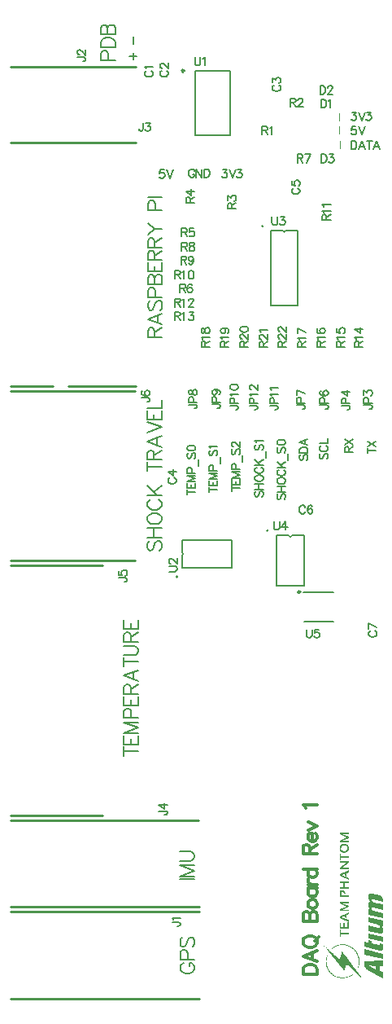
<source format=gto>
G04*
G04 #@! TF.GenerationSoftware,Altium Limited,Altium Designer,20.2.6 (244)*
G04*
G04 Layer_Color=65535*
%FSLAX25Y25*%
%MOIN*%
G70*
G04*
G04 #@! TF.SameCoordinates,A761004E-7D6E-4A87-B3DE-CFC7A672E5A2*
G04*
G04*
G04 #@! TF.FilePolarity,Positive*
G04*
G01*
G75*
%ADD10C,0.00787*%
%ADD11C,0.00984*%
%ADD12C,0.01000*%
%ADD13C,0.00197*%
%ADD14C,0.00620*%
%ADD15C,0.00800*%
%ADD16C,0.01181*%
G36*
X149833Y75215D02*
X149957Y75201D01*
X150066Y75179D01*
X150146Y75164D01*
X150183Y75157D01*
X150205D01*
X150219Y75150D01*
X150226D01*
X153529Y74318D01*
X153689Y74260D01*
X153835Y74187D01*
X153966Y74100D01*
X154076Y74005D01*
X154163Y73918D01*
X154229Y73845D01*
X154251Y73816D01*
X154265Y73801D01*
X154272Y73786D01*
X154280Y73779D01*
X154382Y73619D01*
X154455Y73458D01*
X154506Y73298D01*
X154542Y73159D01*
X154564Y73035D01*
X154571Y72984D01*
Y72941D01*
X154579Y72904D01*
Y71898D01*
X150766Y72853D01*
X150642Y72882D01*
X150540Y72890D01*
X150452D01*
X150380Y72882D01*
X150329Y72868D01*
X150285Y72853D01*
X150263Y72846D01*
X150256Y72839D01*
X150197Y72795D01*
X150161Y72729D01*
X150132Y72664D01*
X150110Y72591D01*
X150095Y72525D01*
X150088Y72474D01*
Y72423D01*
X150095Y72306D01*
X150117Y72204D01*
X150139Y72110D01*
X150168Y72037D01*
X150205Y71971D01*
X150226Y71927D01*
X150248Y71898D01*
X150256Y71891D01*
X150329Y71818D01*
X150409Y71760D01*
X150489Y71709D01*
X150576Y71672D01*
X150649Y71636D01*
X150708Y71614D01*
X150751Y71607D01*
X150759Y71599D01*
X150766D01*
X154579Y70644D01*
Y68494D01*
X150773Y69441D01*
X150649Y69471D01*
X150547Y69485D01*
X150452D01*
X150380Y69478D01*
X150329Y69463D01*
X150285Y69449D01*
X150263Y69441D01*
X150256Y69434D01*
X150197Y69383D01*
X150161Y69325D01*
X150132Y69252D01*
X150110Y69179D01*
X150095Y69113D01*
X150088Y69062D01*
Y69011D01*
X150095Y68902D01*
X150117Y68800D01*
X150139Y68713D01*
X150168Y68640D01*
X150205Y68581D01*
X150226Y68537D01*
X150248Y68508D01*
X150256Y68501D01*
X150329Y68428D01*
X150409Y68370D01*
X150489Y68319D01*
X150576Y68282D01*
X150649Y68253D01*
X150708Y68231D01*
X150751Y68224D01*
X150759Y68217D01*
X150766D01*
X154579Y67255D01*
Y65104D01*
X148805Y66547D01*
Y68720D01*
X149505Y68552D01*
Y68574D01*
X149352Y68705D01*
X149221Y68836D01*
X149111Y68975D01*
X149024Y69099D01*
X148951Y69208D01*
X148922Y69252D01*
X148900Y69288D01*
X148885Y69325D01*
X148871Y69347D01*
X148863Y69361D01*
Y69369D01*
X148790Y69543D01*
X148739Y69726D01*
X148696Y69901D01*
X148674Y70068D01*
X148659Y70141D01*
Y70207D01*
X148652Y70265D01*
X148644Y70316D01*
Y70542D01*
X148652Y70659D01*
X148659Y70761D01*
X148674Y70848D01*
X148681Y70921D01*
X148696Y70972D01*
X148703Y71001D01*
Y71016D01*
X148725Y71111D01*
X148747Y71191D01*
X148776Y71264D01*
X148805Y71330D01*
X148827Y71381D01*
X148849Y71417D01*
X148856Y71439D01*
X148863Y71446D01*
X148907Y71504D01*
X148958Y71556D01*
X149002Y71607D01*
X149046Y71643D01*
X149089Y71672D01*
X149118Y71694D01*
X149140Y71701D01*
X149148Y71709D01*
X149279Y71774D01*
X149344Y71803D01*
X149410Y71825D01*
X149461Y71840D01*
X149505Y71854D01*
X149534Y71862D01*
X149541D01*
X149454Y71935D01*
X149373Y72008D01*
X149301Y72073D01*
X149235Y72139D01*
X149184Y72197D01*
X149148Y72241D01*
X149126Y72270D01*
X149118Y72277D01*
X149053Y72365D01*
X149002Y72452D01*
X148958Y72532D01*
X148914Y72605D01*
X148885Y72671D01*
X148863Y72722D01*
X148856Y72751D01*
X148849Y72766D01*
X148783Y72948D01*
X148754Y73028D01*
X148732Y73108D01*
X148717Y73167D01*
X148703Y73218D01*
X148696Y73254D01*
Y73261D01*
X148666Y73444D01*
X148659Y73531D01*
X148652Y73611D01*
X148644Y73677D01*
Y73910D01*
X148659Y74034D01*
X148666Y74151D01*
X148681Y74253D01*
X148696Y74333D01*
X148710Y74391D01*
X148717Y74428D01*
X148725Y74442D01*
X148754Y74552D01*
X148790Y74647D01*
X148834Y74741D01*
X148871Y74814D01*
X148907Y74872D01*
X148936Y74923D01*
X148958Y74953D01*
X148965Y74960D01*
X149038Y75026D01*
X149118Y75084D01*
X149199Y75128D01*
X149272Y75157D01*
X149344Y75179D01*
X149403Y75201D01*
X149439Y75208D01*
X149446D01*
X149454D01*
X149578Y75222D01*
X149709D01*
X149833Y75215D01*
D02*
G37*
G36*
X154586Y64040D02*
Y61896D01*
X153893Y62064D01*
Y62035D01*
X154039Y61904D01*
X154163Y61772D01*
X154272Y61641D01*
X154360Y61517D01*
X154426Y61408D01*
X154455Y61364D01*
X154476Y61328D01*
X154491Y61291D01*
X154506Y61269D01*
X154513Y61255D01*
Y61247D01*
X154586Y61072D01*
X154637Y60898D01*
X154673Y60723D01*
X154695Y60562D01*
X154710Y60489D01*
Y60424D01*
X154717Y60358D01*
X154724Y60314D01*
Y60074D01*
X154717Y59950D01*
X154702Y59833D01*
X154688Y59738D01*
X154673Y59658D01*
X154666Y59600D01*
X154651Y59563D01*
Y59549D01*
X154615Y59447D01*
X154579Y59352D01*
X154535Y59272D01*
X154491Y59199D01*
X154455Y59148D01*
X154426Y59104D01*
X154404Y59075D01*
X154396Y59068D01*
X154331Y58995D01*
X154258Y58929D01*
X154185Y58886D01*
X154112Y58849D01*
X154039Y58820D01*
X153988Y58805D01*
X153952Y58791D01*
X153937D01*
X153813Y58776D01*
X153689D01*
X153565Y58784D01*
X153441Y58798D01*
X153339Y58820D01*
X153252Y58834D01*
X153223Y58842D01*
X153201D01*
X153186Y58849D01*
X153179D01*
X148805Y59943D01*
Y62093D01*
X152625Y61138D01*
X152749Y61116D01*
X152851Y61102D01*
X152938D01*
X153011Y61116D01*
X153070Y61124D01*
X153106Y61138D01*
X153135Y61145D01*
X153142Y61153D01*
X153201Y61204D01*
X153244Y61262D01*
X153274Y61328D01*
X153296Y61401D01*
X153310Y61459D01*
X153317Y61510D01*
Y61561D01*
X153310Y61678D01*
X153288Y61780D01*
X153259Y61867D01*
X153230Y61940D01*
X153201Y61998D01*
X153172Y62042D01*
X153150Y62071D01*
X153142Y62079D01*
X153070Y62151D01*
X152989Y62210D01*
X152902Y62261D01*
X152814Y62305D01*
X152742Y62334D01*
X152683Y62356D01*
X152639Y62363D01*
X152632Y62370D01*
X152625D01*
X148805Y63332D01*
Y65483D01*
X154586Y64040D01*
D02*
G37*
G36*
Y57515D02*
Y55365D01*
X148805Y56808D01*
Y58966D01*
X154586Y57515D01*
D02*
G37*
G36*
X150102Y55692D02*
Y54789D01*
X152851Y54103D01*
X152931Y54089D01*
X153004D01*
X153062D01*
X153113Y54103D01*
X153150Y54118D01*
X153179Y54132D01*
X153193Y54140D01*
X153201Y54147D01*
X153237Y54198D01*
X153266Y54249D01*
X153281Y54315D01*
X153296Y54380D01*
X153303Y54439D01*
Y54891D01*
X154586Y54570D01*
X154593Y54446D01*
X154601Y54329D01*
X154608Y54227D01*
X154615Y54132D01*
Y54052D01*
X154622Y53987D01*
Y53936D01*
X154630Y53826D01*
Y53615D01*
X154637Y53527D01*
Y53170D01*
X154630Y53010D01*
X154622Y52871D01*
X154608Y52747D01*
X154601Y52653D01*
X154586Y52580D01*
X154579Y52536D01*
Y52521D01*
X154549Y52405D01*
X154520Y52303D01*
X154484Y52215D01*
X154455Y52142D01*
X154426Y52084D01*
X154404Y52047D01*
X154389Y52018D01*
X154382Y52011D01*
X154323Y51946D01*
X154258Y51894D01*
X154185Y51851D01*
X154119Y51822D01*
X154054Y51800D01*
X154003Y51785D01*
X153966Y51778D01*
X153952D01*
X153835Y51771D01*
X153704Y51778D01*
X153580Y51792D01*
X153456Y51814D01*
X153347Y51829D01*
X153266Y51851D01*
X153230Y51858D01*
X153208D01*
X153193Y51865D01*
X153186D01*
X147041Y53418D01*
Y55576D01*
X148805Y55109D01*
Y56013D01*
X150102Y55692D01*
D02*
G37*
G36*
X154586Y50488D02*
Y48330D01*
X146960Y50247D01*
Y52397D01*
X154586Y50488D01*
D02*
G37*
G36*
Y45392D02*
X153259Y45465D01*
Y43613D01*
X154579Y43030D01*
X154586Y40551D01*
X148477Y43824D01*
X148353Y43897D01*
X148244Y43977D01*
X148134Y44058D01*
X148047Y44123D01*
X147974Y44189D01*
X147915Y44233D01*
X147886Y44262D01*
X147872Y44276D01*
X147770Y44378D01*
X147682Y44480D01*
X147602Y44575D01*
X147529Y44663D01*
X147478Y44743D01*
X147434Y44801D01*
X147405Y44838D01*
X147398Y44852D01*
X147325Y44976D01*
X147267Y45093D01*
X147208Y45210D01*
X147165Y45319D01*
X147128Y45406D01*
X147106Y45479D01*
X147099Y45501D01*
X147092Y45523D01*
X147084Y45530D01*
Y45537D01*
X147048Y45676D01*
X147019Y45815D01*
X146997Y45946D01*
X146982Y46062D01*
X146968Y46165D01*
Y46245D01*
X146960Y46274D01*
Y47593D01*
X154586Y47878D01*
Y45392D01*
D02*
G37*
G36*
X140610Y99484D02*
X138015D01*
X140610Y98478D01*
Y97894D01*
X138015Y96874D01*
X140610D01*
Y96232D01*
X136892D01*
Y96947D01*
X139706Y98201D01*
X136892Y99440D01*
Y100125D01*
X140610D01*
Y99484D01*
D02*
G37*
G36*
X139079Y95561D02*
X139283Y95532D01*
X139517Y95474D01*
X139750Y95401D01*
X139969Y95284D01*
X140173Y95124D01*
X140187Y95109D01*
X140246Y95037D01*
X140319Y94935D01*
X140406Y94774D01*
X140493Y94585D01*
X140566Y94351D01*
X140625Y94074D01*
X140639Y93754D01*
Y93666D01*
X140625Y93608D01*
X140610Y93447D01*
X140581Y93243D01*
X140523Y93025D01*
X140435Y92806D01*
X140333Y92587D01*
X140173Y92383D01*
X140144Y92369D01*
X140085Y92310D01*
X139969Y92237D01*
X139808Y92150D01*
X139619Y92062D01*
X139371Y91975D01*
X139094Y91917D01*
X138758Y91887D01*
X138744D01*
X138715D01*
X138671D01*
X138598Y91902D01*
X138438Y91917D01*
X138233Y91946D01*
X138000Y92004D01*
X137767Y92092D01*
X137548Y92194D01*
X137359Y92354D01*
X137344Y92383D01*
X137286Y92441D01*
X137213Y92558D01*
X137111Y92704D01*
X137023Y92908D01*
X136951Y93141D01*
X136892Y93433D01*
X136878Y93754D01*
Y93899D01*
X136907Y94060D01*
X136936Y94264D01*
X136994Y94483D01*
X137082Y94716D01*
X137198Y94935D01*
X137359Y95124D01*
X137373Y95139D01*
X137446Y95197D01*
X137548Y95270D01*
X137709Y95357D01*
X137898Y95445D01*
X138146Y95518D01*
X138423Y95576D01*
X138758Y95591D01*
X138773D01*
X138802D01*
X138846D01*
X138904D01*
X139079Y95561D01*
D02*
G37*
G36*
X137490Y90575D02*
X140610D01*
Y89875D01*
X137490D01*
Y88811D01*
X136892D01*
Y91625D01*
X137490D01*
Y90575D01*
D02*
G37*
G36*
X140610Y87747D02*
X137855Y85778D01*
X140610D01*
Y85108D01*
X136892D01*
Y85808D01*
X139604Y87761D01*
X136892D01*
Y88417D01*
X140610D01*
Y87747D01*
D02*
G37*
G36*
Y83927D02*
X139604Y83504D01*
Y82265D01*
X139006Y82512D01*
Y83256D01*
X137607Y82673D01*
X140610Y81448D01*
Y80748D01*
X136892Y82308D01*
Y83052D01*
X140610Y84670D01*
Y83927D01*
D02*
G37*
G36*
Y79611D02*
X139035D01*
Y77774D01*
X140610D01*
Y77089D01*
X136892D01*
Y77774D01*
X138438D01*
Y79611D01*
X136892D01*
Y80282D01*
X140610D01*
Y79611D01*
D02*
G37*
G36*
X138146Y76622D02*
X138263Y76593D01*
X138409Y76535D01*
X138569Y76476D01*
X138715Y76374D01*
X138860Y76243D01*
X138875Y76228D01*
X138919Y76170D01*
X138977Y76083D01*
X139050Y75951D01*
X139123Y75791D01*
X139196Y75587D01*
X139269Y75354D01*
X139313Y75077D01*
X138715Y74975D01*
Y74989D01*
X138700Y75047D01*
X138671Y75135D01*
X138642Y75237D01*
X138554Y75470D01*
X138496Y75572D01*
X138438Y75674D01*
X138423Y75689D01*
X138409Y75718D01*
X138365Y75747D01*
X138306Y75806D01*
X138161Y75879D01*
X138073Y75908D01*
X137971Y75922D01*
X137957D01*
X137927D01*
X137840Y75908D01*
X137738Y75879D01*
X137636Y75806D01*
X137621Y75791D01*
X137577Y75718D01*
X137534Y75616D01*
X137519Y75456D01*
Y74523D01*
X140610D01*
Y73837D01*
X136892D01*
Y75587D01*
X136907Y75689D01*
X136921Y75820D01*
X136951Y75951D01*
X137009Y76097D01*
X137067Y76228D01*
X137155Y76345D01*
X137169Y76360D01*
X137198Y76389D01*
X137271Y76433D01*
X137344Y76491D01*
X137461Y76549D01*
X137592Y76593D01*
X137752Y76622D01*
X137942Y76637D01*
X137971D01*
X138029D01*
X138146Y76622D01*
D02*
G37*
G36*
X140610Y71257D02*
X138015D01*
X140610Y70236D01*
Y69653D01*
X138015Y68632D01*
X140610D01*
Y67991D01*
X136892D01*
Y68720D01*
X139706Y69959D01*
X136892Y71198D01*
Y71884D01*
X140610D01*
Y71257D01*
D02*
G37*
G36*
Y66810D02*
X139604Y66387D01*
Y65148D01*
X139006Y65381D01*
Y66139D01*
X137607Y65556D01*
X140610Y64317D01*
Y63631D01*
X136892Y65191D01*
Y65935D01*
X140610Y67553D01*
Y66810D01*
D02*
G37*
G36*
Y60745D02*
X136892D01*
Y63281D01*
X137490D01*
Y61415D01*
X138423D01*
Y63179D01*
X139035D01*
Y61415D01*
X140012D01*
Y63311D01*
X140610D01*
Y60745D01*
D02*
G37*
G36*
X137490Y59272D02*
X140610D01*
Y58601D01*
X137490D01*
Y57537D01*
X136892D01*
Y60351D01*
X137490D01*
Y59272D01*
D02*
G37*
G36*
X138481Y54402D02*
X138831Y54373D01*
X139225Y54329D01*
X139648Y54242D01*
X140071Y54140D01*
X140085D01*
X140114Y54125D01*
X140187Y54111D01*
X140260Y54081D01*
X140362Y54038D01*
X140479Y53994D01*
X140610Y53950D01*
X140756Y53892D01*
X141077Y53746D01*
X141441Y53557D01*
X141806Y53352D01*
X142170Y53105D01*
X142185Y53090D01*
X142214Y53075D01*
X142258Y53032D01*
X142331Y52988D01*
X142403Y52915D01*
X142506Y52842D01*
X142724Y52638D01*
X142987Y52405D01*
X143264Y52113D01*
X143541Y51792D01*
X143803Y51442D01*
X143818Y51428D01*
X143832Y51399D01*
X143861Y51340D01*
X143920Y51267D01*
X143978Y51180D01*
X144036Y51078D01*
X144109Y50947D01*
X144182Y50815D01*
X144343Y50495D01*
X144503Y50145D01*
X144663Y49751D01*
X144794Y49328D01*
Y49314D01*
X144809Y49255D01*
X144838Y49168D01*
X144867Y49051D01*
X144897Y48906D01*
X144926Y48745D01*
X144984Y48410D01*
Y48395D01*
X144999Y48337D01*
Y48235D01*
X145013Y48118D01*
X145028Y47987D01*
Y47827D01*
X145042Y47477D01*
Y47360D01*
X145028Y47229D01*
Y47054D01*
X145013Y46850D01*
X144984Y46617D01*
X144955Y46383D01*
X144911Y46121D01*
Y46092D01*
X144882Y46004D01*
X144853Y45873D01*
X144809Y45698D01*
X144751Y45494D01*
X144678Y45275D01*
X144503Y44809D01*
X144226Y44925D01*
Y44940D01*
X144240Y44969D01*
X144270Y45027D01*
X144299Y45115D01*
X144328Y45217D01*
X144372Y45319D01*
X144415Y45450D01*
X144459Y45610D01*
X144547Y45931D01*
X144634Y46310D01*
X144693Y46704D01*
X144736Y47112D01*
Y47652D01*
X144722Y47812D01*
X144707Y48133D01*
X144663Y48497D01*
X144590Y48891D01*
X144503Y49285D01*
Y49299D01*
X144488Y49328D01*
X144474Y49387D01*
X144445Y49460D01*
X144415Y49562D01*
X144372Y49664D01*
X144270Y49926D01*
X144138Y50232D01*
X143978Y50568D01*
X143789Y50918D01*
X143570Y51267D01*
X143555Y51282D01*
X143541Y51311D01*
X143511Y51355D01*
X143453Y51428D01*
X143395Y51501D01*
X143322Y51588D01*
X143132Y51807D01*
X142899Y52069D01*
X142637Y52332D01*
X142331Y52609D01*
X141981Y52871D01*
X141966Y52886D01*
X141937Y52900D01*
X141893Y52930D01*
X141820Y52988D01*
X141733Y53032D01*
X141631Y53105D01*
X141514Y53177D01*
X141383Y53250D01*
X141077Y53411D01*
X140727Y53571D01*
X140348Y53732D01*
X139954Y53863D01*
X139939D01*
X139910Y53877D01*
X139852Y53892D01*
X139764Y53907D01*
X139677Y53936D01*
X139560Y53950D01*
X139429Y53979D01*
X139283Y54009D01*
X138948Y54052D01*
X138584Y54096D01*
X138204Y54111D01*
X137796D01*
X137782D01*
X137752D01*
X137694D01*
X137607Y54096D01*
X137519Y54081D01*
X137402D01*
X137271Y54052D01*
X137126Y54038D01*
X136805Y53979D01*
X136440Y53892D01*
X136061Y53790D01*
X135668Y53644D01*
X135653D01*
X135624Y53629D01*
X135565Y53600D01*
X135493Y53571D01*
X135390Y53527D01*
X135288Y53469D01*
X135026Y53338D01*
X134734Y53177D01*
X134414Y52973D01*
X134078Y52740D01*
X133743Y52463D01*
X133539Y52696D01*
X133553Y52711D01*
X133582Y52725D01*
X133626Y52769D01*
X133685Y52828D01*
X133772Y52886D01*
X133874Y52959D01*
X133976Y53046D01*
X134107Y53134D01*
X134399Y53338D01*
X134720Y53527D01*
X135099Y53732D01*
X135493Y53907D01*
X135507D01*
X135536Y53921D01*
X135595Y53950D01*
X135682Y53979D01*
X135784Y54009D01*
X135901Y54052D01*
X136032Y54096D01*
X136178Y54140D01*
X136513Y54227D01*
X136892Y54300D01*
X137300Y54373D01*
X137738Y54417D01*
X137752D01*
X137796D01*
X137855D01*
X137942D01*
X138044D01*
X138175D01*
X138321D01*
X138481Y54402D01*
D02*
G37*
G36*
X130521Y53921D02*
X130535Y53907D01*
X130579Y53863D01*
X130637Y53819D01*
X130798Y53673D01*
X131002Y53498D01*
X131235Y53280D01*
X131512Y53046D01*
X131789Y52784D01*
X132095Y52521D01*
X132110Y52507D01*
X132124Y52492D01*
X132168Y52448D01*
X132227Y52405D01*
X132387Y52259D01*
X132591Y52069D01*
X132839Y51865D01*
X133116Y51617D01*
X133393Y51355D01*
X133699Y51092D01*
X133714Y51078D01*
X133728Y51063D01*
X133772Y51020D01*
X133830Y50976D01*
X133991Y50830D01*
X134195Y50640D01*
X134443Y50422D01*
X134720Y50189D01*
X135011Y49926D01*
X135318Y49649D01*
X135332Y49635D01*
X135347Y49620D01*
X135390Y49576D01*
X135449Y49532D01*
X135609Y49387D01*
X135813Y49197D01*
X136061Y48978D01*
X136338Y48745D01*
X136615Y48483D01*
X136921Y48206D01*
Y48220D01*
X136936Y48249D01*
X136951Y48293D01*
X136965Y48351D01*
X136980Y48424D01*
X137009Y48512D01*
X137067Y48731D01*
X137140Y48993D01*
X137213Y49270D01*
X137300Y49576D01*
X137388Y49897D01*
Y49911D01*
X137402Y49941D01*
Y49984D01*
X137432Y50043D01*
X137446Y50116D01*
X137475Y50203D01*
X137519Y50422D01*
X137592Y50684D01*
X137665Y50976D01*
X137752Y51282D01*
X137840Y51603D01*
X137855Y51588D01*
X137884Y51544D01*
X137942Y51472D01*
X138015Y51370D01*
X138102Y51238D01*
X138219Y51092D01*
X138336Y50932D01*
X138481Y50743D01*
X138627Y50538D01*
X138788Y50320D01*
X139137Y49853D01*
X139517Y49358D01*
X139910Y48847D01*
X139925Y48833D01*
X139954Y48789D01*
X140012Y48716D01*
X140085Y48614D01*
X140187Y48483D01*
X140289Y48337D01*
X140420Y48177D01*
X140552Y47987D01*
X140712Y47797D01*
X140873Y47579D01*
X141222Y47112D01*
X141587Y46617D01*
X141981Y46106D01*
X141995Y46092D01*
X142024Y46048D01*
X142083Y45975D01*
X142156Y45873D01*
X142243Y45756D01*
X142360Y45610D01*
X142476Y45436D01*
X142622Y45261D01*
X142768Y45056D01*
X142928Y44852D01*
X143278Y44386D01*
X143643Y43890D01*
X144022Y43380D01*
X144036Y43365D01*
X144065Y43321D01*
X144124Y43249D01*
X144197Y43146D01*
X144284Y43015D01*
X144401Y42869D01*
X144518Y42709D01*
X144663Y42520D01*
X144809Y42330D01*
X144969Y42111D01*
X145319Y41645D01*
X145684Y41164D01*
X146063Y40653D01*
X146048Y40639D01*
X146019Y40624D01*
X146005D01*
X145990D01*
X145975Y40639D01*
X145961Y40653D01*
X145917Y40697D01*
X145859Y40755D01*
X145698Y40887D01*
X145494Y41076D01*
X145261Y41295D01*
X144999Y41543D01*
X144722Y41805D01*
X144430Y42082D01*
X144415Y42097D01*
X144401Y42111D01*
X144357Y42155D01*
X144299Y42213D01*
X144138Y42344D01*
X143934Y42534D01*
X143701Y42753D01*
X143439Y43001D01*
X143162Y43263D01*
X142870Y43540D01*
X142855Y43555D01*
X142841Y43569D01*
X142797Y43613D01*
X142739Y43671D01*
X142578Y43817D01*
X142374Y44007D01*
X142141Y44225D01*
X141864Y44488D01*
X141572Y44750D01*
X141281Y45027D01*
X141266Y45042D01*
X141252Y45056D01*
X141208Y45100D01*
X141149Y45158D01*
X140989Y45304D01*
X140785Y45479D01*
X140552Y45713D01*
X140275Y45960D01*
X139983Y46223D01*
X139691Y46500D01*
Y46485D01*
X139677Y46471D01*
X139648Y46383D01*
X139604Y46237D01*
X139546Y46062D01*
X139473Y45844D01*
X139385Y45610D01*
X139313Y45363D01*
X139225Y45100D01*
Y45086D01*
X139210Y45071D01*
X139181Y44984D01*
X139137Y44852D01*
X139079Y44663D01*
X139006Y44459D01*
X138919Y44225D01*
X138831Y43963D01*
X138744Y43701D01*
X138729Y43715D01*
X138700Y43759D01*
X138642Y43832D01*
X138569Y43919D01*
X138467Y44036D01*
X138350Y44182D01*
X138233Y44342D01*
X138088Y44502D01*
X137927Y44692D01*
X137767Y44896D01*
X137417Y45333D01*
X137038Y45785D01*
X136644Y46266D01*
X136630Y46281D01*
X136601Y46325D01*
X136542Y46398D01*
X136469Y46485D01*
X136367Y46602D01*
X136265Y46733D01*
X136134Y46894D01*
X136003Y47068D01*
X135842Y47258D01*
X135682Y47447D01*
X135332Y47885D01*
X134953Y48351D01*
X134574Y48818D01*
X134559Y48833D01*
X134530Y48876D01*
X134472Y48949D01*
X134399Y49037D01*
X134297Y49153D01*
X134180Y49285D01*
X134064Y49445D01*
X133918Y49620D01*
X133772Y49810D01*
X133597Y49999D01*
X133247Y50436D01*
X132868Y50903D01*
X132489Y51370D01*
X132474Y51384D01*
X132445Y51428D01*
X132387Y51501D01*
X132314Y51588D01*
X132212Y51705D01*
X132110Y51836D01*
X131979Y51996D01*
X131848Y52157D01*
X131687Y52346D01*
X131527Y52551D01*
X131177Y52973D01*
X130798Y53440D01*
X130419Y53907D01*
X130433Y53921D01*
X130462D01*
X130477Y53936D01*
X130506D01*
X130521Y53921D01*
D02*
G37*
G36*
X131935Y49882D02*
Y49868D01*
X131920Y49839D01*
X131891Y49780D01*
X131877Y49693D01*
X131833Y49605D01*
X131804Y49489D01*
X131760Y49358D01*
X131731Y49212D01*
X131643Y48891D01*
X131570Y48526D01*
X131527Y48133D01*
X131498Y47725D01*
Y47331D01*
X131512Y47200D01*
Y47054D01*
X131541Y46718D01*
X131585Y46369D01*
X131658Y45990D01*
X131760Y45596D01*
Y45581D01*
X131775Y45552D01*
X131789Y45494D01*
X131818Y45421D01*
X131848Y45333D01*
X131891Y45231D01*
X131993Y44969D01*
X132124Y44677D01*
X132285Y44357D01*
X132474Y44021D01*
X132693Y43671D01*
Y43657D01*
X132722Y43628D01*
X132752Y43584D01*
X132810Y43525D01*
X132941Y43350D01*
X133131Y43146D01*
X133349Y42899D01*
X133626Y42636D01*
X133918Y42374D01*
X134253Y42111D01*
X134268D01*
X134297Y42082D01*
X134341Y42053D01*
X134414Y42009D01*
X134501Y41951D01*
X134589Y41892D01*
X134705Y41820D01*
X134836Y41747D01*
X135128Y41586D01*
X135463Y41426D01*
X135828Y41266D01*
X136222Y41134D01*
X136236D01*
X136265Y41120D01*
X136324Y41105D01*
X136411Y41091D01*
X136498Y41061D01*
X136615Y41032D01*
X136746Y41018D01*
X136892Y40989D01*
X137213Y40930D01*
X137563Y40887D01*
X137957Y40857D01*
X138350D01*
X138365D01*
X138394D01*
X138452D01*
X138525Y40872D01*
X138627Y40887D01*
X138744D01*
X138875Y40901D01*
X139006Y40930D01*
X139327Y40974D01*
X139691Y41061D01*
X140056Y41149D01*
X140450Y41280D01*
X140464D01*
X140493Y41295D01*
X140552Y41324D01*
X140625Y41353D01*
X140712Y41397D01*
X140829Y41441D01*
X141077Y41572D01*
X141368Y41718D01*
X141689Y41907D01*
X142024Y42140D01*
X142360Y42388D01*
X142535Y42140D01*
X142549D01*
X142535Y42126D01*
X142506Y42111D01*
X142462Y42068D01*
X142389Y42024D01*
X142301Y41951D01*
X142199Y41878D01*
X142083Y41805D01*
X141951Y41718D01*
X141660Y41528D01*
X141324Y41339D01*
X140945Y41149D01*
X140552Y40989D01*
X140537D01*
X140508Y40974D01*
X140450Y40959D01*
X140362Y40930D01*
X140275Y40901D01*
X140158Y40857D01*
X140027Y40828D01*
X139881Y40784D01*
X139546Y40712D01*
X139181Y40639D01*
X138788Y40580D01*
X138365Y40551D01*
X138350D01*
X138321D01*
X138248D01*
X138175D01*
X138073D01*
X137957Y40566D01*
X137811D01*
X137665Y40580D01*
X137330Y40609D01*
X136951Y40668D01*
X136542Y40741D01*
X136134Y40843D01*
X136119D01*
X136090Y40857D01*
X136032Y40872D01*
X135944Y40901D01*
X135857Y40945D01*
X135740Y40974D01*
X135609Y41032D01*
X135463Y41091D01*
X135143Y41236D01*
X134793Y41397D01*
X134428Y41616D01*
X134064Y41849D01*
X134049Y41863D01*
X134020Y41878D01*
X133976Y41922D01*
X133903Y41980D01*
X133816Y42038D01*
X133728Y42126D01*
X133495Y42315D01*
X133247Y42563D01*
X132985Y42840D01*
X132708Y43161D01*
X132460Y43496D01*
X132445Y43511D01*
X132431Y43540D01*
X132402Y43598D01*
X132343Y43657D01*
X132299Y43744D01*
X132227Y43846D01*
X132154Y43977D01*
X132081Y44109D01*
X131920Y44400D01*
X131760Y44750D01*
X131600Y45115D01*
X131468Y45508D01*
Y45523D01*
X131454Y45552D01*
X131439Y45610D01*
X131425Y45698D01*
X131395Y45800D01*
X131366Y45917D01*
X131337Y46048D01*
X131308Y46194D01*
X131250Y46529D01*
X131206Y46908D01*
X131177Y47316D01*
Y47856D01*
X131191Y47929D01*
X131206Y48031D01*
Y48162D01*
X131235Y48293D01*
X131250Y48454D01*
X131308Y48789D01*
X131395Y49168D01*
X131512Y49576D01*
X131658Y49984D01*
X131935Y49882D01*
D02*
G37*
%LPC*%
G36*
X148623Y45727D02*
X151801Y44254D01*
Y45545D01*
X148623Y45727D01*
D02*
G37*
G36*
X138744Y94876D02*
X138729D01*
X138715D01*
X138642D01*
X138525Y94862D01*
X138394Y94847D01*
X138233Y94803D01*
X138073Y94760D01*
X137927Y94687D01*
X137796Y94585D01*
X137782Y94570D01*
X137738Y94526D01*
X137694Y94468D01*
X137621Y94380D01*
X137563Y94264D01*
X137519Y94118D01*
X137475Y93943D01*
X137461Y93754D01*
Y93651D01*
X137475Y93550D01*
X137504Y93433D01*
X137548Y93287D01*
X137607Y93141D01*
X137680Y92995D01*
X137796Y92879D01*
X137811Y92864D01*
X137855Y92835D01*
X137927Y92791D01*
X138029Y92748D01*
X138175Y92689D01*
X138336Y92646D01*
X138525Y92616D01*
X138744Y92602D01*
X138773D01*
X138846D01*
X138962Y92616D01*
X139108Y92631D01*
X139254Y92675D01*
X139415Y92718D01*
X139575Y92791D01*
X139706Y92879D01*
X139721Y92893D01*
X139750Y92937D01*
X139808Y92995D01*
X139866Y93098D01*
X139925Y93214D01*
X139983Y93375D01*
X140012Y93550D01*
X140027Y93754D01*
Y93841D01*
X140012Y93943D01*
X139983Y94060D01*
X139954Y94206D01*
X139896Y94337D01*
X139808Y94468D01*
X139706Y94585D01*
X139691Y94599D01*
X139648Y94628D01*
X139575Y94672D01*
X139458Y94731D01*
X139327Y94789D01*
X139167Y94832D01*
X138962Y94862D01*
X138744Y94876D01*
D02*
G37*
%LPD*%
D10*
X105547Y348232D02*
G03*
X105547Y348232I-315J0D01*
G01*
X113494Y346378D02*
G03*
X114774Y346378I640J0D01*
G01*
X70571Y204748D02*
G03*
X70571Y204748I-315J0D01*
G01*
X72303Y213474D02*
G03*
X72303Y214754I0J640D01*
G01*
X116014Y221693D02*
G03*
X117293Y221693I640J0D01*
G01*
X107602Y223740D02*
G03*
X107602Y223740I-315J0D01*
G01*
X108563Y346378D02*
X113494D01*
X114774D02*
X119705D01*
Y315669D02*
Y346378D01*
X108563Y315669D02*
X119705D01*
X108563D02*
Y346378D01*
X77520Y385512D02*
X92087D01*
X77520Y411890D02*
X92087D01*
Y385512D02*
Y411890D01*
X77520Y385512D02*
Y411890D01*
X122244Y186417D02*
X134449D01*
X122047Y198622D02*
X134449D01*
X72303Y208543D02*
X92776D01*
Y219685D01*
X72303D02*
X92776D01*
X72303Y214754D02*
Y219685D01*
Y208543D02*
Y213474D01*
X111083Y221693D02*
X116014D01*
X117293D02*
X122224D01*
Y201220D02*
Y221693D01*
X111083Y201220D02*
X122224D01*
X111083D02*
Y221693D01*
D11*
X73189Y411890D02*
G03*
X73189Y411890I-492J0D01*
G01*
X120768Y198622D02*
G03*
X120768Y198622I-492J0D01*
G01*
D12*
X2047Y67716D02*
X66220D01*
Y32283D02*
X79331D01*
X66220Y67716D02*
X79213D01*
X66181Y105118D02*
X79173D01*
X66181Y69685D02*
X79291D01*
X2047Y32283D02*
X66220D01*
X2008Y69685D02*
X66181D01*
X2047Y105118D02*
X66181D01*
X2008Y107087D02*
X39685D01*
X2008Y209449D02*
X39646D01*
X2008Y413583D02*
X53504D01*
X2047Y382598D02*
X53504D01*
X2008Y282638D02*
X19370D01*
X25709Y282677D02*
X53504D01*
X2047Y280669D02*
X52874D01*
X2008Y211457D02*
X52874D01*
D13*
X137067Y380138D02*
Y383090D01*
X136752Y386083D02*
Y389035D01*
X136713Y391595D02*
Y394547D01*
D14*
X91922Y274826D02*
X94512D01*
X94998Y274664D01*
X95160Y274502D01*
X95322Y274178D01*
Y273855D01*
X95160Y273531D01*
X94998Y273369D01*
X94512Y273207D01*
X94189D01*
X93703Y275700D02*
Y277157D01*
X93541Y277642D01*
X93379Y277804D01*
X93055Y277966D01*
X92570D01*
X92246Y277804D01*
X92084Y277642D01*
X91922Y277157D01*
Y275700D01*
X95322D01*
X92570Y278727D02*
X92408Y279051D01*
X91922Y279536D01*
X95322D01*
X91922Y282191D02*
X92084Y281705D01*
X92570Y281382D01*
X93379Y281220D01*
X93865D01*
X94674Y281382D01*
X95160Y281705D01*
X95322Y282191D01*
Y282515D01*
X95160Y283000D01*
X94674Y283324D01*
X93865Y283486D01*
X93379D01*
X92570Y283324D01*
X92084Y283000D01*
X91922Y282515D01*
Y282191D01*
X50797Y417825D02*
X53711D01*
X52254Y416368D02*
Y419282D01*
Y422956D02*
Y425870D01*
X77379Y370808D02*
X77217Y371132D01*
X76893Y371456D01*
X76569Y371618D01*
X75922D01*
X75598Y371456D01*
X75274Y371132D01*
X75113Y370808D01*
X74951Y370323D01*
Y369513D01*
X75113Y369028D01*
X75274Y368704D01*
X75598Y368380D01*
X75922Y368218D01*
X76569D01*
X76893Y368380D01*
X77217Y368704D01*
X77379Y369028D01*
Y369513D01*
X76569D02*
X77379D01*
X78156Y371618D02*
Y368218D01*
Y371618D02*
X80422Y368218D01*
Y371618D02*
Y368218D01*
X81361Y371618D02*
Y368218D01*
Y371618D02*
X82494D01*
X82980Y371456D01*
X83303Y371132D01*
X83465Y370808D01*
X83627Y370323D01*
Y369513D01*
X83465Y369028D01*
X83303Y368704D01*
X82980Y368380D01*
X82494Y368218D01*
X81361D01*
X88897Y371421D02*
X90677D01*
X89706Y370126D01*
X90192D01*
X90515Y369964D01*
X90677Y369802D01*
X90839Y369317D01*
Y368993D01*
X90677Y368507D01*
X90353Y368183D01*
X89868Y368022D01*
X89382D01*
X88897Y368183D01*
X88735Y368345D01*
X88573Y368669D01*
X91600Y371421D02*
X92895Y368022D01*
X94190Y371421D02*
X92895Y368022D01*
X94950Y371421D02*
X96731D01*
X95760Y370126D01*
X96245D01*
X96569Y369964D01*
X96731Y369802D01*
X96893Y369317D01*
Y368993D01*
X96731Y368507D01*
X96407Y368183D01*
X95922Y368022D01*
X95436D01*
X94950Y368183D01*
X94789Y368345D01*
X94627Y368669D01*
X64925Y371303D02*
X63306D01*
X63144Y369846D01*
X63306Y370008D01*
X63792Y370170D01*
X64277D01*
X64763Y370008D01*
X65087Y369684D01*
X65248Y369198D01*
Y368875D01*
X65087Y368389D01*
X64763Y368065D01*
X64277Y367903D01*
X63792D01*
X63306Y368065D01*
X63144Y368227D01*
X62982Y368551D01*
X66009Y371303D02*
X67304Y367903D01*
X68599Y371303D02*
X67304Y367903D01*
X143507Y389059D02*
X141889D01*
X141727Y387602D01*
X141889Y387764D01*
X142374Y387926D01*
X142860D01*
X143345Y387764D01*
X143669Y387440D01*
X143831Y386954D01*
Y386631D01*
X143669Y386145D01*
X143345Y385821D01*
X142860Y385659D01*
X142374D01*
X141889Y385821D01*
X141727Y385983D01*
X141565Y386307D01*
X144592Y389059D02*
X145887Y385659D01*
X147182Y389059D02*
X145887Y385659D01*
X141565Y383153D02*
Y379754D01*
Y383153D02*
X142698D01*
X143184Y382991D01*
X143507Y382667D01*
X143669Y382344D01*
X143831Y381858D01*
Y381049D01*
X143669Y380563D01*
X143507Y380240D01*
X143184Y379916D01*
X142698Y379754D01*
X141565D01*
X147182D02*
X145887Y383153D01*
X144592Y379754D01*
X145078Y380887D02*
X146696D01*
X149108Y383153D02*
Y379754D01*
X147975Y383153D02*
X150241D01*
X153236Y379754D02*
X151941Y383153D01*
X150646Y379754D01*
X151131Y380887D02*
X152750D01*
X141889Y394964D02*
X143669D01*
X142698Y393669D01*
X143184D01*
X143507Y393507D01*
X143669Y393345D01*
X143831Y392860D01*
Y392536D01*
X143669Y392051D01*
X143345Y391727D01*
X142860Y391565D01*
X142374D01*
X141889Y391727D01*
X141727Y391889D01*
X141565Y392212D01*
X144592Y394964D02*
X145887Y391565D01*
X147182Y394964D02*
X145887Y391565D01*
X147943Y394964D02*
X149723D01*
X148752Y393669D01*
X149238D01*
X149561Y393507D01*
X149723Y393345D01*
X149885Y392860D01*
Y392536D01*
X149723Y392051D01*
X149399Y391727D01*
X148914Y391565D01*
X148428D01*
X147943Y391727D01*
X147781Y391889D01*
X147619Y392212D01*
X92643Y241005D02*
X96042D01*
X92643Y239872D02*
Y242138D01*
Y244647D02*
Y242543D01*
X96042D01*
Y244647D01*
X94262Y242543D02*
Y243838D01*
X92643Y245214D02*
X96042D01*
X92643D02*
X96042Y246509D01*
X92643Y247804D02*
X96042Y246509D01*
X92643Y247804D02*
X96042D01*
X94424Y248775D02*
Y250232D01*
X94262Y250717D01*
X94100Y250879D01*
X93776Y251041D01*
X93290D01*
X92967Y250879D01*
X92805Y250717D01*
X92643Y250232D01*
Y248775D01*
X96042D01*
X97175Y251802D02*
Y254392D01*
X93129Y257095D02*
X92805Y256771D01*
X92643Y256286D01*
Y255638D01*
X92805Y255153D01*
X93129Y254829D01*
X93452D01*
X93776Y254991D01*
X93938Y255153D01*
X94100Y255476D01*
X94424Y256448D01*
X94585Y256771D01*
X94747Y256933D01*
X95071Y257095D01*
X95557D01*
X95880Y256771D01*
X96042Y256286D01*
Y255638D01*
X95880Y255153D01*
X95557Y254829D01*
X93452Y258018D02*
X93290D01*
X92967Y258179D01*
X92805Y258341D01*
X92643Y258665D01*
Y259313D01*
X92805Y259636D01*
X92967Y259798D01*
X93290Y259960D01*
X93614D01*
X93938Y259798D01*
X94424Y259474D01*
X96042Y257856D01*
Y260122D01*
X148343Y256477D02*
X151742D01*
X148343Y255344D02*
Y257611D01*
Y258015D02*
X151742Y260281D01*
X148343D02*
X151742Y258015D01*
X102617Y239855D02*
X102293Y239531D01*
X102131Y239045D01*
Y238398D01*
X102293Y237912D01*
X102617Y237589D01*
X102940D01*
X103264Y237750D01*
X103426Y237912D01*
X103588Y238236D01*
X103912Y239207D01*
X104074Y239531D01*
X104235Y239693D01*
X104559Y239855D01*
X105045D01*
X105368Y239531D01*
X105530Y239045D01*
Y238398D01*
X105368Y237912D01*
X105045Y237589D01*
X102131Y240616D02*
X105530D01*
X102131Y242882D02*
X105530D01*
X103750Y240616D02*
Y242882D01*
X102131Y244792D02*
X102293Y244468D01*
X102617Y244144D01*
X102940Y243982D01*
X103426Y243821D01*
X104235D01*
X104721Y243982D01*
X105045Y244144D01*
X105368Y244468D01*
X105530Y244792D01*
Y245439D01*
X105368Y245763D01*
X105045Y246087D01*
X104721Y246249D01*
X104235Y246410D01*
X103426D01*
X102940Y246249D01*
X102617Y246087D01*
X102293Y245763D01*
X102131Y245439D01*
Y244792D01*
X102940Y249632D02*
X102617Y249470D01*
X102293Y249146D01*
X102131Y248822D01*
Y248175D01*
X102293Y247851D01*
X102617Y247527D01*
X102940Y247365D01*
X103426Y247204D01*
X104235D01*
X104721Y247365D01*
X105045Y247527D01*
X105368Y247851D01*
X105530Y248175D01*
Y248822D01*
X105368Y249146D01*
X105045Y249470D01*
X104721Y249632D01*
X102131Y250587D02*
X105530D01*
X102131Y252853D02*
X104397Y250587D01*
X103588Y251396D02*
X105530Y252853D01*
X106663Y253614D02*
Y256204D01*
X102617Y258907D02*
X102293Y258583D01*
X102131Y258097D01*
Y257450D01*
X102293Y256964D01*
X102617Y256641D01*
X102940D01*
X103264Y256803D01*
X103426Y256964D01*
X103588Y257288D01*
X103912Y258259D01*
X104074Y258583D01*
X104235Y258745D01*
X104559Y258907D01*
X105045D01*
X105368Y258583D01*
X105530Y258097D01*
Y257450D01*
X105368Y256964D01*
X105045Y256641D01*
X102779Y259668D02*
X102617Y259991D01*
X102131Y260477D01*
X105530D01*
X74415Y239470D02*
X77814D01*
X74415Y238336D02*
Y240603D01*
Y243112D02*
Y241007D01*
X77814D01*
Y243112D01*
X76033Y241007D02*
Y242302D01*
X74415Y243678D02*
X77814D01*
X74415D02*
X77814Y244973D01*
X74415Y246268D02*
X77814Y244973D01*
X74415Y246268D02*
X77814D01*
X76195Y247239D02*
Y248696D01*
X76033Y249182D01*
X75871Y249344D01*
X75548Y249506D01*
X75062D01*
X74738Y249344D01*
X74576Y249182D01*
X74415Y248696D01*
Y247239D01*
X77814D01*
X78947Y250266D02*
Y252856D01*
X74900Y255559D02*
X74576Y255236D01*
X74415Y254750D01*
Y254103D01*
X74576Y253617D01*
X74900Y253293D01*
X75224D01*
X75548Y253455D01*
X75709Y253617D01*
X75871Y253941D01*
X76195Y254912D01*
X76357Y255236D01*
X76519Y255398D01*
X76843Y255559D01*
X77328D01*
X77652Y255236D01*
X77814Y254750D01*
Y254103D01*
X77652Y253617D01*
X77328Y253293D01*
X74415Y257292D02*
X74576Y256806D01*
X75062Y256482D01*
X75871Y256320D01*
X76357D01*
X77166Y256482D01*
X77652Y256806D01*
X77814Y257292D01*
Y257615D01*
X77652Y258101D01*
X77166Y258425D01*
X76357Y258587D01*
X75871D01*
X75062Y258425D01*
X74576Y258101D01*
X74415Y257615D01*
Y257292D01*
X83352Y240493D02*
X86751D01*
X83352Y239360D02*
Y241626D01*
Y244135D02*
Y242031D01*
X86751D01*
Y244135D01*
X84970Y242031D02*
Y243326D01*
X83352Y244702D02*
X86751D01*
X83352D02*
X86751Y245997D01*
X83352Y247292D02*
X86751Y245997D01*
X83352Y247292D02*
X86751D01*
X85132Y248263D02*
Y249720D01*
X84970Y250205D01*
X84808Y250367D01*
X84485Y250529D01*
X83999D01*
X83675Y250367D01*
X83513Y250205D01*
X83352Y249720D01*
Y248263D01*
X86751D01*
X87884Y251290D02*
Y253880D01*
X83837Y256583D02*
X83513Y256259D01*
X83352Y255774D01*
Y255126D01*
X83513Y254641D01*
X83837Y254317D01*
X84161D01*
X84485Y254479D01*
X84646Y254641D01*
X84808Y254964D01*
X85132Y255936D01*
X85294Y256259D01*
X85456Y256421D01*
X85780Y256583D01*
X86265D01*
X86589Y256259D01*
X86751Y255774D01*
Y255126D01*
X86589Y254641D01*
X86265Y254317D01*
X83999Y257344D02*
X83837Y257668D01*
X83352Y258153D01*
X86751D01*
X111751Y238831D02*
X111427Y238507D01*
X111265Y238022D01*
Y237374D01*
X111427Y236889D01*
X111751Y236565D01*
X112074D01*
X112398Y236727D01*
X112560Y236889D01*
X112722Y237212D01*
X113046Y238184D01*
X113207Y238507D01*
X113369Y238669D01*
X113693Y238831D01*
X114179D01*
X114502Y238507D01*
X114664Y238022D01*
Y237374D01*
X114502Y236889D01*
X114179Y236565D01*
X111265Y239592D02*
X114664D01*
X111265Y241858D02*
X114664D01*
X112884Y239592D02*
Y241858D01*
X111265Y243768D02*
X111427Y243444D01*
X111751Y243121D01*
X112074Y242959D01*
X112560Y242797D01*
X113369D01*
X113855Y242959D01*
X114179Y243121D01*
X114502Y243444D01*
X114664Y243768D01*
Y244416D01*
X114502Y244739D01*
X114179Y245063D01*
X113855Y245225D01*
X113369Y245387D01*
X112560D01*
X112074Y245225D01*
X111751Y245063D01*
X111427Y244739D01*
X111265Y244416D01*
Y243768D01*
X112074Y248608D02*
X111751Y248446D01*
X111427Y248122D01*
X111265Y247799D01*
Y247151D01*
X111427Y246827D01*
X111751Y246504D01*
X112074Y246342D01*
X112560Y246180D01*
X113369D01*
X113855Y246342D01*
X114179Y246504D01*
X114502Y246827D01*
X114664Y247151D01*
Y247799D01*
X114502Y248122D01*
X114179Y248446D01*
X113855Y248608D01*
X111265Y249563D02*
X114664D01*
X111265Y251829D02*
X113531Y249563D01*
X112722Y250372D02*
X114664Y251829D01*
X115797Y252590D02*
Y255180D01*
X111751Y257883D02*
X111427Y257559D01*
X111265Y257074D01*
Y256426D01*
X111427Y255941D01*
X111751Y255617D01*
X112074D01*
X112398Y255779D01*
X112560Y255941D01*
X112722Y256264D01*
X113046Y257236D01*
X113207Y257559D01*
X113369Y257721D01*
X113693Y257883D01*
X114179D01*
X114502Y257559D01*
X114664Y257074D01*
Y256426D01*
X114502Y255941D01*
X114179Y255617D01*
X111265Y259615D02*
X111427Y259130D01*
X111912Y258806D01*
X112722Y258644D01*
X113207D01*
X114017Y258806D01*
X114502Y259130D01*
X114664Y259615D01*
Y259939D01*
X114502Y260424D01*
X114017Y260748D01*
X113207Y260910D01*
X112722D01*
X111912Y260748D01*
X111427Y260424D01*
X111265Y259939D01*
Y259615D01*
X120876Y254855D02*
X120552Y254531D01*
X120390Y254045D01*
Y253398D01*
X120552Y252912D01*
X120876Y252589D01*
X121200D01*
X121523Y252750D01*
X121685Y252912D01*
X121847Y253236D01*
X122171Y254207D01*
X122333Y254531D01*
X122494Y254693D01*
X122818Y254855D01*
X123304D01*
X123628Y254531D01*
X123789Y254045D01*
Y253398D01*
X123628Y252912D01*
X123304Y252589D01*
X120390Y255615D02*
X123789D01*
X120390D02*
Y256749D01*
X120552Y257234D01*
X120876Y257558D01*
X121200Y257720D01*
X121685Y257882D01*
X122494D01*
X122980Y257720D01*
X123304Y257558D01*
X123628Y257234D01*
X123789Y256749D01*
Y255615D01*
Y261232D02*
X120390Y259937D01*
X123789Y258643D01*
X122656Y259128D02*
Y260747D01*
X129144Y255248D02*
X128820Y254925D01*
X128658Y254439D01*
Y253792D01*
X128820Y253306D01*
X129144Y252982D01*
X129467D01*
X129791Y253144D01*
X129953Y253306D01*
X130115Y253630D01*
X130438Y254601D01*
X130600Y254925D01*
X130762Y255086D01*
X131086Y255248D01*
X131572D01*
X131895Y254925D01*
X132057Y254439D01*
Y253792D01*
X131895Y253306D01*
X131572Y252982D01*
X129467Y258437D02*
X129144Y258275D01*
X128820Y257952D01*
X128658Y257628D01*
Y256980D01*
X128820Y256657D01*
X129144Y256333D01*
X129467Y256171D01*
X129953Y256009D01*
X130762D01*
X131248Y256171D01*
X131572Y256333D01*
X131895Y256657D01*
X132057Y256980D01*
Y257628D01*
X131895Y257952D01*
X131572Y258275D01*
X131248Y258437D01*
X128658Y259392D02*
X132057D01*
Y261335D01*
X138894Y255738D02*
X142293D01*
X138894D02*
Y257195D01*
X139056Y257681D01*
X139218Y257842D01*
X139542Y258004D01*
X139865D01*
X140189Y257842D01*
X140351Y257681D01*
X140513Y257195D01*
Y255738D01*
Y256871D02*
X142293Y258004D01*
X138894Y258765D02*
X142293Y261031D01*
X138894D02*
X142293Y258765D01*
X55663Y278060D02*
X58253D01*
X58738Y277898D01*
X58900Y277737D01*
X59062Y277413D01*
Y277089D01*
X58900Y276765D01*
X58738Y276604D01*
X58253Y276442D01*
X57929D01*
X56148Y280877D02*
X55824Y280715D01*
X55663Y280229D01*
Y279906D01*
X55824Y279420D01*
X56310Y279096D01*
X57119Y278934D01*
X57929D01*
X58576Y279096D01*
X58900Y279420D01*
X59062Y279906D01*
Y280067D01*
X58900Y280553D01*
X58576Y280877D01*
X58091Y281039D01*
X57929D01*
X57443Y280877D01*
X57119Y280553D01*
X56958Y280067D01*
Y279906D01*
X57119Y279420D01*
X57443Y279096D01*
X57929Y278934D01*
X119285Y275088D02*
X121874D01*
X122360Y274926D01*
X122522Y274764D01*
X122684Y274441D01*
Y274117D01*
X122522Y273793D01*
X122360Y273631D01*
X121874Y273469D01*
X121551D01*
X121065Y275962D02*
Y277419D01*
X120903Y277905D01*
X120741Y278066D01*
X120418Y278228D01*
X119932D01*
X119608Y278066D01*
X119447Y277905D01*
X119285Y277419D01*
Y275962D01*
X122684D01*
X119285Y281255D02*
X122684Y279637D01*
X119285Y278989D02*
Y281255D01*
X128812Y274972D02*
X131402D01*
X131888Y274810D01*
X132050Y274648D01*
X132211Y274324D01*
Y274001D01*
X132050Y273677D01*
X131888Y273515D01*
X131402Y273353D01*
X131078D01*
X130593Y275846D02*
Y277303D01*
X130431Y277789D01*
X130269Y277950D01*
X129945Y278112D01*
X129460D01*
X129136Y277950D01*
X128974Y277789D01*
X128812Y277303D01*
Y275846D01*
X132211D01*
X129298Y280816D02*
X128974Y280654D01*
X128812Y280168D01*
Y279844D01*
X128974Y279359D01*
X129460Y279035D01*
X130269Y278873D01*
X131078D01*
X131726Y279035D01*
X132050Y279359D01*
X132211Y279844D01*
Y280006D01*
X132050Y280492D01*
X131726Y280816D01*
X131240Y280977D01*
X131078D01*
X130593Y280816D01*
X130269Y280492D01*
X130107Y280006D01*
Y279844D01*
X130269Y279359D01*
X130593Y279035D01*
X131078Y278873D01*
X46332Y204357D02*
X48922D01*
X49407Y204195D01*
X49569Y204034D01*
X49731Y203710D01*
Y203386D01*
X49569Y203062D01*
X49407Y202901D01*
X48922Y202739D01*
X48598D01*
X46332Y207174D02*
Y205555D01*
X47789Y205393D01*
X47627Y205555D01*
X47465Y206041D01*
Y206526D01*
X47627Y207012D01*
X47951Y207336D01*
X48436Y207498D01*
X48760D01*
X49246Y207336D01*
X49569Y207012D01*
X49731Y206526D01*
Y206041D01*
X49569Y205555D01*
X49407Y205393D01*
X49084Y205231D01*
X119558Y377684D02*
Y374285D01*
Y377684D02*
X121015D01*
X121501Y377522D01*
X121662Y377360D01*
X121824Y377036D01*
Y376713D01*
X121662Y376389D01*
X121501Y376227D01*
X121015Y376065D01*
X119558D01*
X120691D02*
X121824Y374285D01*
X124851Y377684D02*
X123233Y374285D01*
X122585Y377684D02*
X124851D01*
X56287Y390558D02*
Y387968D01*
X56125Y387482D01*
X55963Y387320D01*
X55639Y387159D01*
X55315D01*
X54992Y387320D01*
X54830Y387482D01*
X54668Y387968D01*
Y388292D01*
X57484Y390558D02*
X59265D01*
X58294Y389263D01*
X58779D01*
X59103Y389101D01*
X59265Y388939D01*
X59427Y388454D01*
Y388130D01*
X59265Y387644D01*
X58941Y387320D01*
X58455Y387159D01*
X57970D01*
X57484Y387320D01*
X57322Y387482D01*
X57161Y387806D01*
X129243Y377684D02*
Y374285D01*
Y377684D02*
X130376D01*
X130862Y377522D01*
X131186Y377198D01*
X131348Y376874D01*
X131509Y376389D01*
Y375580D01*
X131348Y375094D01*
X131186Y374770D01*
X130862Y374447D01*
X130376Y374285D01*
X129243D01*
X132594Y377684D02*
X134374D01*
X133403Y376389D01*
X133889D01*
X134213Y376227D01*
X134374Y376065D01*
X134536Y375580D01*
Y375256D01*
X134374Y374770D01*
X134051Y374447D01*
X133565Y374285D01*
X133080D01*
X132594Y374447D01*
X132432Y374608D01*
X132270Y374932D01*
X123249Y183235D02*
Y180807D01*
X123410Y180321D01*
X123734Y179998D01*
X124220Y179836D01*
X124544D01*
X125029Y179998D01*
X125353Y180321D01*
X125515Y180807D01*
Y183235D01*
X128396D02*
X126777D01*
X126616Y181778D01*
X126777Y181940D01*
X127263Y182102D01*
X127749D01*
X128234Y181940D01*
X128558Y181616D01*
X128720Y181131D01*
Y180807D01*
X128558Y180321D01*
X128234Y179998D01*
X127749Y179836D01*
X127263D01*
X126777Y179998D01*
X126616Y180159D01*
X126454Y180483D01*
X109939Y227369D02*
Y224941D01*
X110101Y224455D01*
X110425Y224131D01*
X110911Y223970D01*
X111234D01*
X111720Y224131D01*
X112044Y224455D01*
X112206Y224941D01*
Y227369D01*
X114763D02*
X113144Y225103D01*
X115572D01*
X114763Y227369D02*
Y223970D01*
X109075Y352093D02*
Y349665D01*
X109237Y349180D01*
X109561Y348856D01*
X110047Y348694D01*
X110370D01*
X110856Y348856D01*
X111180Y349180D01*
X111342Y349665D01*
Y352093D01*
X112604D02*
X114385D01*
X113414Y350798D01*
X113899D01*
X114223Y350637D01*
X114385Y350475D01*
X114547Y349989D01*
Y349665D01*
X114385Y349180D01*
X114061Y348856D01*
X113575Y348694D01*
X113090D01*
X112604Y348856D01*
X112442Y349018D01*
X112280Y349342D01*
X66844Y206871D02*
X69272D01*
X69757Y207033D01*
X70081Y207356D01*
X70243Y207842D01*
Y208166D01*
X70081Y208651D01*
X69757Y208975D01*
X69272Y209137D01*
X66844D01*
X67653Y210238D02*
X67491D01*
X67167Y210400D01*
X67005Y210561D01*
X66844Y210885D01*
Y211532D01*
X67005Y211856D01*
X67167Y212018D01*
X67491Y212180D01*
X67815D01*
X68139Y212018D01*
X68624Y211694D01*
X70243Y210076D01*
Y212342D01*
X77520Y417448D02*
Y415020D01*
X77682Y414534D01*
X78006Y414210D01*
X78492Y414048D01*
X78815D01*
X79301Y414210D01*
X79625Y414534D01*
X79786Y415020D01*
Y417448D01*
X80725Y416800D02*
X81049Y416962D01*
X81535Y417448D01*
Y414048D01*
X69335Y313117D02*
Y309718D01*
Y313117D02*
X70792D01*
X71278Y312955D01*
X71440Y312793D01*
X71602Y312470D01*
Y312146D01*
X71440Y311822D01*
X71278Y311660D01*
X70792Y311498D01*
X69335D01*
X70468D02*
X71602Y309718D01*
X72362Y312470D02*
X72686Y312631D01*
X73172Y313117D01*
Y309718D01*
X75179Y313117D02*
X76960D01*
X75988Y311822D01*
X76474D01*
X76798Y311660D01*
X76960Y311498D01*
X77121Y311013D01*
Y310689D01*
X76960Y310203D01*
X76636Y309880D01*
X76150Y309718D01*
X75665D01*
X75179Y309880D01*
X75017Y310041D01*
X74855Y310365D01*
X69335Y318629D02*
Y315230D01*
Y318629D02*
X70792D01*
X71278Y318467D01*
X71440Y318305D01*
X71602Y317981D01*
Y317657D01*
X71440Y317334D01*
X71278Y317172D01*
X70792Y317010D01*
X69335D01*
X70468D02*
X71602Y315230D01*
X72362Y317981D02*
X72686Y318143D01*
X73172Y318629D01*
Y315230D01*
X75017Y317819D02*
Y317981D01*
X75179Y318305D01*
X75341Y318467D01*
X75665Y318629D01*
X76312D01*
X76636Y318467D01*
X76798Y318305D01*
X76960Y317981D01*
Y317657D01*
X76798Y317334D01*
X76474Y316848D01*
X74855Y315230D01*
X77121D01*
X69335Y330046D02*
Y326647D01*
Y330046D02*
X70792D01*
X71278Y329884D01*
X71440Y329722D01*
X71602Y329399D01*
Y329075D01*
X71440Y328751D01*
X71278Y328589D01*
X70792Y328427D01*
X69335D01*
X70468D02*
X71602Y326647D01*
X72362Y329399D02*
X72686Y329560D01*
X73172Y330046D01*
Y326647D01*
X75826Y330046D02*
X75341Y329884D01*
X75017Y329399D01*
X74855Y328589D01*
Y328104D01*
X75017Y327294D01*
X75341Y326809D01*
X75826Y326647D01*
X76150D01*
X76636Y326809D01*
X76960Y327294D01*
X77121Y328104D01*
Y328589D01*
X76960Y329399D01*
X76636Y329884D01*
X76150Y330046D01*
X75826D01*
X71844Y335952D02*
Y332552D01*
Y335952D02*
X73301D01*
X73786Y335790D01*
X73948Y335628D01*
X74110Y335304D01*
Y334980D01*
X73948Y334657D01*
X73786Y334495D01*
X73301Y334333D01*
X71844D01*
X72977D02*
X74110Y332552D01*
X76975Y334819D02*
X76813Y334333D01*
X76490Y334009D01*
X76004Y333847D01*
X75842D01*
X75356Y334009D01*
X75033Y334333D01*
X74871Y334819D01*
Y334980D01*
X75033Y335466D01*
X75356Y335790D01*
X75842Y335952D01*
X76004D01*
X76490Y335790D01*
X76813Y335466D01*
X76975Y334819D01*
Y334009D01*
X76813Y333200D01*
X76490Y332714D01*
X76004Y332552D01*
X75680D01*
X75195Y332714D01*
X75033Y333038D01*
X72157Y341463D02*
Y338064D01*
Y341463D02*
X73613D01*
X74099Y341301D01*
X74261Y341140D01*
X74423Y340816D01*
Y340492D01*
X74261Y340168D01*
X74099Y340007D01*
X73613Y339845D01*
X72157D01*
X73290D02*
X74423Y338064D01*
X75993Y341463D02*
X75507Y341301D01*
X75345Y340978D01*
Y340654D01*
X75507Y340330D01*
X75831Y340168D01*
X76478Y340007D01*
X76964Y339845D01*
X77288Y339521D01*
X77450Y339197D01*
Y338712D01*
X77288Y338388D01*
X77126Y338226D01*
X76640Y338064D01*
X75993D01*
X75507Y338226D01*
X75345Y338388D01*
X75184Y338712D01*
Y339197D01*
X75345Y339521D01*
X75669Y339845D01*
X76155Y340007D01*
X76802Y340168D01*
X77126Y340330D01*
X77288Y340654D01*
Y340978D01*
X77126Y341301D01*
X76640Y341463D01*
X75993D01*
X71450Y324534D02*
Y321135D01*
Y324534D02*
X72907D01*
X73393Y324372D01*
X73554Y324211D01*
X73716Y323887D01*
Y323563D01*
X73554Y323239D01*
X73393Y323077D01*
X72907Y322916D01*
X71450D01*
X72583D02*
X73716Y321135D01*
X76420Y324049D02*
X76258Y324372D01*
X75772Y324534D01*
X75448D01*
X74963Y324372D01*
X74639Y323887D01*
X74477Y323077D01*
Y322268D01*
X74639Y321621D01*
X74963Y321297D01*
X75448Y321135D01*
X75610D01*
X76096Y321297D01*
X76420Y321621D01*
X76581Y322106D01*
Y322268D01*
X76420Y322754D01*
X76096Y323077D01*
X75610Y323239D01*
X75448D01*
X74963Y323077D01*
X74639Y322754D01*
X74477Y322268D01*
X72157Y347369D02*
Y343970D01*
Y347369D02*
X73613D01*
X74099Y347207D01*
X74261Y347045D01*
X74423Y346722D01*
Y346398D01*
X74261Y346074D01*
X74099Y345912D01*
X73613Y345750D01*
X72157D01*
X73290D02*
X74423Y343970D01*
X77126Y347369D02*
X75507D01*
X75345Y345912D01*
X75507Y346074D01*
X75993Y346236D01*
X76478D01*
X76964Y346074D01*
X77288Y345750D01*
X77450Y345265D01*
Y344941D01*
X77288Y344455D01*
X76964Y344131D01*
X76478Y343970D01*
X75993D01*
X75507Y344131D01*
X75345Y344293D01*
X75184Y344617D01*
X73891Y357902D02*
X77290D01*
X73891D02*
Y359359D01*
X74053Y359845D01*
X74215Y360007D01*
X74538Y360169D01*
X74862D01*
X75186Y360007D01*
X75348Y359845D01*
X75510Y359359D01*
Y357902D01*
Y359035D02*
X77290Y360169D01*
X73891Y362548D02*
X76157Y360929D01*
Y363357D01*
X73891Y362548D02*
X77290D01*
X91056Y355503D02*
X94455D01*
X91056D02*
Y356960D01*
X91218Y357446D01*
X91380Y357607D01*
X91704Y357769D01*
X92027D01*
X92351Y357607D01*
X92513Y357446D01*
X92675Y356960D01*
Y355503D01*
Y356636D02*
X94455Y357769D01*
X91056Y358854D02*
Y360634D01*
X92351Y359663D01*
Y360149D01*
X92513Y360472D01*
X92675Y360634D01*
X93161Y360796D01*
X93484D01*
X93970Y360634D01*
X94294Y360311D01*
X94455Y359825D01*
Y359339D01*
X94294Y358854D01*
X94132Y358692D01*
X93808Y358530D01*
X116645Y400519D02*
Y397119D01*
Y400519D02*
X118102D01*
X118587Y400357D01*
X118749Y400195D01*
X118911Y399871D01*
Y399547D01*
X118749Y399224D01*
X118587Y399062D01*
X118102Y398900D01*
X116645D01*
X117778D02*
X118911Y397119D01*
X119834Y399709D02*
Y399871D01*
X119995Y400195D01*
X120157Y400357D01*
X120481Y400519D01*
X121129D01*
X121452Y400357D01*
X121614Y400195D01*
X121776Y399871D01*
Y399547D01*
X121614Y399224D01*
X121290Y398738D01*
X119672Y397119D01*
X121938D01*
X105168Y389101D02*
Y385702D01*
Y389101D02*
X106625D01*
X107111Y388939D01*
X107273Y388777D01*
X107435Y388454D01*
Y388130D01*
X107273Y387806D01*
X107111Y387644D01*
X106625Y387483D01*
X105168D01*
X106301D02*
X107435Y385702D01*
X108195Y388454D02*
X108519Y388616D01*
X109005Y389101D01*
Y385702D01*
X68182Y63432D02*
X70772D01*
X71258Y63270D01*
X71420Y63108D01*
X71582Y62785D01*
Y62461D01*
X71420Y62137D01*
X71258Y61975D01*
X70772Y61813D01*
X70448D01*
X68830Y64306D02*
X68668Y64630D01*
X68182Y65116D01*
X71582D01*
X29403Y417349D02*
X31993D01*
X32478Y417188D01*
X32640Y417026D01*
X32802Y416702D01*
Y416378D01*
X32640Y416054D01*
X32478Y415893D01*
X31993Y415731D01*
X31669D01*
X30212Y418385D02*
X30050D01*
X29726Y418547D01*
X29565Y418709D01*
X29403Y419033D01*
Y419680D01*
X29565Y420004D01*
X29726Y420166D01*
X30050Y420328D01*
X30374D01*
X30698Y420166D01*
X31183Y419842D01*
X32802Y418223D01*
Y420490D01*
X128849Y405637D02*
Y402237D01*
Y405637D02*
X129983D01*
X130468Y405475D01*
X130792Y405151D01*
X130954Y404827D01*
X131116Y404342D01*
Y403532D01*
X130954Y403047D01*
X130792Y402723D01*
X130468Y402399D01*
X129983Y402237D01*
X128849D01*
X132038Y404827D02*
Y404989D01*
X132200Y405313D01*
X132362Y405475D01*
X132686Y405637D01*
X133333D01*
X133657Y405475D01*
X133819Y405313D01*
X133981Y404989D01*
Y404665D01*
X133819Y404342D01*
X133495Y403856D01*
X131877Y402237D01*
X134143D01*
X129184Y400125D02*
Y396726D01*
Y400125D02*
X130317D01*
X130803Y399963D01*
X131127Y399639D01*
X131289Y399316D01*
X131450Y398830D01*
Y398021D01*
X131289Y397535D01*
X131127Y397211D01*
X130803Y396887D01*
X130317Y396726D01*
X129184D01*
X132211Y399477D02*
X132535Y399639D01*
X133020Y400125D01*
Y396726D01*
X57771Y411749D02*
X57447Y411587D01*
X57124Y411264D01*
X56962Y410940D01*
Y410292D01*
X57124Y409969D01*
X57447Y409645D01*
X57771Y409483D01*
X58257Y409321D01*
X59066D01*
X59552Y409483D01*
X59875Y409645D01*
X60199Y409969D01*
X60361Y410292D01*
Y410940D01*
X60199Y411264D01*
X59875Y411587D01*
X59552Y411749D01*
X57609Y412704D02*
X57447Y413028D01*
X56962Y413514D01*
X60361D01*
X110133Y405903D02*
X109810Y405741D01*
X109486Y405417D01*
X109324Y405093D01*
Y404446D01*
X109486Y404122D01*
X109810Y403798D01*
X110133Y403637D01*
X110619Y403475D01*
X111428D01*
X111914Y403637D01*
X112238Y403798D01*
X112561Y404122D01*
X112723Y404446D01*
Y405093D01*
X112561Y405417D01*
X112238Y405741D01*
X111914Y405903D01*
X109324Y407181D02*
Y408962D01*
X110619Y407991D01*
Y408476D01*
X110781Y408800D01*
X110943Y408962D01*
X111428Y409124D01*
X111752D01*
X112238Y408962D01*
X112561Y408638D01*
X112723Y408153D01*
Y407667D01*
X112561Y407181D01*
X112399Y407020D01*
X112076Y406858D01*
X64070Y411808D02*
X63747Y411646D01*
X63423Y411322D01*
X63261Y410999D01*
Y410351D01*
X63423Y410028D01*
X63747Y409704D01*
X64070Y409542D01*
X64556Y409380D01*
X65365D01*
X65851Y409542D01*
X66175Y409704D01*
X66498Y410028D01*
X66660Y410351D01*
Y410999D01*
X66498Y411322D01*
X66175Y411646D01*
X65851Y411808D01*
X64070Y412925D02*
X63908D01*
X63585Y413087D01*
X63423Y413249D01*
X63261Y413573D01*
Y414220D01*
X63423Y414544D01*
X63585Y414706D01*
X63908Y414867D01*
X64232D01*
X64556Y414706D01*
X65042Y414382D01*
X66660Y412763D01*
Y415029D01*
X111686Y298911D02*
X115085D01*
X111686D02*
Y300368D01*
X111848Y300853D01*
X112010Y301015D01*
X112334Y301177D01*
X112657D01*
X112981Y301015D01*
X113143Y300853D01*
X113305Y300368D01*
Y298911D01*
Y300044D02*
X115085Y301177D01*
X112496Y302100D02*
X112334D01*
X112010Y302261D01*
X111848Y302423D01*
X111686Y302747D01*
Y303395D01*
X111848Y303718D01*
X112010Y303880D01*
X112334Y304042D01*
X112657D01*
X112981Y303880D01*
X113467Y303556D01*
X115085Y301938D01*
Y304204D01*
X112496Y305127D02*
X112334D01*
X112010Y305289D01*
X111848Y305450D01*
X111686Y305774D01*
Y306422D01*
X111848Y306745D01*
X112010Y306907D01*
X112334Y307069D01*
X112657D01*
X112981Y306907D01*
X113467Y306583D01*
X115085Y304965D01*
Y307231D01*
X99875Y274826D02*
X102465D01*
X102951Y274664D01*
X103113Y274502D01*
X103274Y274178D01*
Y273855D01*
X103113Y273531D01*
X102951Y273369D01*
X102465Y273207D01*
X102141D01*
X101656Y275700D02*
Y277157D01*
X101494Y277642D01*
X101332Y277804D01*
X101008Y277966D01*
X100523D01*
X100199Y277804D01*
X100037Y277642D01*
X99875Y277157D01*
Y275700D01*
X103274D01*
X100523Y278727D02*
X100361Y279051D01*
X99875Y279536D01*
X103274D01*
X100684Y281382D02*
X100523D01*
X100199Y281543D01*
X100037Y281705D01*
X99875Y282029D01*
Y282677D01*
X100037Y283000D01*
X100199Y283162D01*
X100523Y283324D01*
X100846D01*
X101170Y283162D01*
X101656Y282838D01*
X103274Y281220D01*
Y283486D01*
X122755Y233213D02*
X122593Y233537D01*
X122270Y233861D01*
X121946Y234022D01*
X121298D01*
X120975Y233861D01*
X120651Y233537D01*
X120489Y233213D01*
X120327Y232728D01*
Y231918D01*
X120489Y231433D01*
X120651Y231109D01*
X120975Y230785D01*
X121298Y230623D01*
X121946D01*
X122270Y230785D01*
X122593Y231109D01*
X122755Y231433D01*
X125653Y233537D02*
X125491Y233861D01*
X125005Y234022D01*
X124681D01*
X124196Y233861D01*
X123872Y233375D01*
X123710Y232566D01*
Y231756D01*
X123872Y231109D01*
X124196Y230785D01*
X124681Y230623D01*
X124843D01*
X125329Y230785D01*
X125653Y231109D01*
X125815Y231594D01*
Y231756D01*
X125653Y232242D01*
X125329Y232566D01*
X124843Y232728D01*
X124681D01*
X124196Y232566D01*
X123872Y232242D01*
X123710Y231756D01*
X149503Y182674D02*
X149180Y182512D01*
X148856Y182189D01*
X148694Y181865D01*
Y181218D01*
X148856Y180894D01*
X149180Y180570D01*
X149503Y180408D01*
X149989Y180246D01*
X150798D01*
X151284Y180408D01*
X151608Y180570D01*
X151932Y180894D01*
X152093Y181218D01*
Y181865D01*
X151932Y182189D01*
X151608Y182512D01*
X151284Y182674D01*
X148694Y185896D02*
X152093Y184277D01*
X148694Y183629D02*
Y185896D01*
X67338Y245310D02*
X67014Y245148D01*
X66691Y244824D01*
X66529Y244500D01*
Y243853D01*
X66691Y243529D01*
X67014Y243206D01*
X67338Y243044D01*
X67824Y242882D01*
X68633D01*
X69119Y243044D01*
X69442Y243206D01*
X69766Y243529D01*
X69928Y243853D01*
Y244500D01*
X69766Y244824D01*
X69442Y245148D01*
X69119Y245310D01*
X66529Y247884D02*
X68795Y246265D01*
Y248693D01*
X66529Y247884D02*
X69928D01*
X118007Y363777D02*
X117684Y363615D01*
X117360Y363291D01*
X117198Y362967D01*
Y362320D01*
X117360Y361996D01*
X117684Y361672D01*
X118007Y361510D01*
X118493Y361349D01*
X119302D01*
X119788Y361510D01*
X120112Y361672D01*
X120435Y361996D01*
X120597Y362320D01*
Y362967D01*
X120435Y363291D01*
X120112Y363615D01*
X119788Y363777D01*
X117198Y366674D02*
Y365055D01*
X118655Y364894D01*
X118493Y365055D01*
X118331Y365541D01*
Y366027D01*
X118493Y366512D01*
X118817Y366836D01*
X119302Y366998D01*
X119626D01*
X120112Y366836D01*
X120435Y366512D01*
X120597Y366027D01*
Y365541D01*
X120435Y365055D01*
X120273Y364894D01*
X119950Y364732D01*
X84521Y275366D02*
X87111D01*
X87596Y275204D01*
X87758Y275042D01*
X87920Y274718D01*
Y274394D01*
X87758Y274071D01*
X87596Y273909D01*
X87111Y273747D01*
X86787D01*
X86301Y276240D02*
Y277697D01*
X86140Y278182D01*
X85978Y278344D01*
X85654Y278506D01*
X85168D01*
X84845Y278344D01*
X84683Y278182D01*
X84521Y277697D01*
Y276240D01*
X87920D01*
X85654Y281371D02*
X86140Y281209D01*
X86463Y280886D01*
X86625Y280400D01*
Y280238D01*
X86463Y279752D01*
X86140Y279429D01*
X85654Y279267D01*
X85492D01*
X85006Y279429D01*
X84683Y279752D01*
X84521Y280238D01*
Y280400D01*
X84683Y280886D01*
X85006Y281209D01*
X85654Y281371D01*
X86463D01*
X87273Y281209D01*
X87758Y280886D01*
X87920Y280400D01*
Y280076D01*
X87758Y279591D01*
X87435Y279429D01*
X103930Y298773D02*
X107329D01*
X103930D02*
Y300230D01*
X104092Y300715D01*
X104254Y300877D01*
X104578Y301039D01*
X104902D01*
X105225Y300877D01*
X105387Y300715D01*
X105549Y300230D01*
Y298773D01*
Y299906D02*
X107329Y301039D01*
X104740Y301962D02*
X104578D01*
X104254Y302124D01*
X104092Y302286D01*
X103930Y302609D01*
Y303257D01*
X104092Y303581D01*
X104254Y303743D01*
X104578Y303904D01*
X104902D01*
X105225Y303743D01*
X105711Y303419D01*
X107329Y301800D01*
Y304066D01*
X104578Y304827D02*
X104416Y305151D01*
X103930Y305636D01*
X107329D01*
X96056Y298871D02*
X99455D01*
X96056D02*
Y300328D01*
X96218Y300814D01*
X96380Y300976D01*
X96704Y301138D01*
X97027D01*
X97351Y300976D01*
X97513Y300814D01*
X97675Y300328D01*
Y298871D01*
Y300005D02*
X99455Y301138D01*
X96866Y302060D02*
X96704D01*
X96380Y302222D01*
X96218Y302384D01*
X96056Y302708D01*
Y303355D01*
X96218Y303679D01*
X96380Y303841D01*
X96704Y304003D01*
X97027D01*
X97351Y303841D01*
X97837Y303517D01*
X99455Y301898D01*
Y304165D01*
X96056Y305897D02*
X96218Y305411D01*
X96704Y305087D01*
X97513Y304925D01*
X97999D01*
X98808Y305087D01*
X99294Y305411D01*
X99455Y305897D01*
Y306220D01*
X99294Y306706D01*
X98808Y307030D01*
X97999Y307192D01*
X97513D01*
X96704Y307030D01*
X96218Y306706D01*
X96056Y306220D01*
Y305897D01*
X88064Y298944D02*
X91463D01*
X88064D02*
Y300401D01*
X88226Y300886D01*
X88388Y301048D01*
X88712Y301210D01*
X89035D01*
X89359Y301048D01*
X89521Y300886D01*
X89683Y300401D01*
Y298944D01*
Y300077D02*
X91463Y301210D01*
X88712Y301971D02*
X88550Y302295D01*
X88064Y302780D01*
X91463D01*
X89197Y306568D02*
X89683Y306406D01*
X90007Y306082D01*
X90168Y305597D01*
Y305435D01*
X90007Y304949D01*
X89683Y304626D01*
X89197Y304464D01*
X89035D01*
X88550Y304626D01*
X88226Y304949D01*
X88064Y305435D01*
Y305597D01*
X88226Y306082D01*
X88550Y306406D01*
X89197Y306568D01*
X90007D01*
X90816Y306406D01*
X91302Y306082D01*
X91463Y305597D01*
Y305273D01*
X91302Y304787D01*
X90978Y304626D01*
X80190Y298863D02*
X83589D01*
X80190D02*
Y300320D01*
X80352Y300805D01*
X80514Y300967D01*
X80838Y301129D01*
X81161D01*
X81485Y300967D01*
X81647Y300805D01*
X81809Y300320D01*
Y298863D01*
Y299996D02*
X83589Y301129D01*
X80838Y301890D02*
X80676Y302214D01*
X80190Y302699D01*
X83589D01*
X80190Y305192D02*
X80352Y304706D01*
X80676Y304545D01*
X80999D01*
X81323Y304706D01*
X81485Y305030D01*
X81647Y305678D01*
X81809Y306163D01*
X82133Y306487D01*
X82456Y306649D01*
X82942D01*
X83266Y306487D01*
X83428Y306325D01*
X83589Y305839D01*
Y305192D01*
X83428Y304706D01*
X83266Y304545D01*
X82942Y304383D01*
X82456D01*
X82133Y304545D01*
X81809Y304868D01*
X81647Y305354D01*
X81485Y306001D01*
X81323Y306325D01*
X80999Y306487D01*
X80676D01*
X80352Y306325D01*
X80190Y305839D01*
Y305192D01*
X119718Y298784D02*
X123117D01*
X119718D02*
Y300241D01*
X119879Y300727D01*
X120041Y300888D01*
X120365Y301050D01*
X120689D01*
X121013Y300888D01*
X121175Y300727D01*
X121336Y300241D01*
Y298784D01*
Y299917D02*
X123117Y301050D01*
X120365Y301811D02*
X120203Y302135D01*
X119718Y302621D01*
X123117D01*
X119718Y306570D02*
X123117Y304952D01*
X119718Y304304D02*
Y306570D01*
X127513Y298865D02*
X130912D01*
X127513D02*
Y300322D01*
X127675Y300808D01*
X127837Y300969D01*
X128160Y301131D01*
X128484D01*
X128808Y300969D01*
X128970Y300808D01*
X129132Y300322D01*
Y298865D01*
Y299998D02*
X130912Y301131D01*
X128160Y301892D02*
X127999Y302216D01*
X127513Y302701D01*
X130912D01*
X127999Y306327D02*
X127675Y306166D01*
X127513Y305680D01*
Y305356D01*
X127675Y304871D01*
X128160Y304547D01*
X128970Y304385D01*
X129779D01*
X130427Y304547D01*
X130750Y304871D01*
X130912Y305356D01*
Y305518D01*
X130750Y306004D01*
X130427Y306327D01*
X129941Y306489D01*
X129779D01*
X129294Y306327D01*
X128970Y306004D01*
X128808Y305518D01*
Y305356D01*
X128970Y304871D01*
X129294Y304547D01*
X129779Y304385D01*
X135663Y298863D02*
X139062D01*
X135663D02*
Y300320D01*
X135824Y300805D01*
X135986Y300967D01*
X136310Y301129D01*
X136634D01*
X136958Y300967D01*
X137119Y300805D01*
X137281Y300320D01*
Y298863D01*
Y299996D02*
X139062Y301129D01*
X136310Y301890D02*
X136148Y302214D01*
X135663Y302699D01*
X139062D01*
X135663Y306325D02*
Y304706D01*
X137119Y304545D01*
X136958Y304706D01*
X136796Y305192D01*
Y305678D01*
X136958Y306163D01*
X137281Y306487D01*
X137767Y306649D01*
X138091D01*
X138576Y306487D01*
X138900Y306163D01*
X139062Y305678D01*
Y305192D01*
X138900Y304706D01*
X138738Y304545D01*
X138414Y304383D01*
X143104Y298900D02*
X146503D01*
X143104D02*
Y300357D01*
X143265Y300843D01*
X143427Y301004D01*
X143751Y301166D01*
X144075D01*
X144398Y301004D01*
X144560Y300843D01*
X144722Y300357D01*
Y298900D01*
Y300033D02*
X146503Y301166D01*
X143751Y301927D02*
X143589Y302251D01*
X143104Y302736D01*
X146503D01*
X143104Y306039D02*
X145370Y304420D01*
Y306848D01*
X143104Y306039D02*
X146503D01*
X129796Y350773D02*
X133196D01*
X129796D02*
Y352229D01*
X129958Y352715D01*
X130120Y352877D01*
X130444Y353039D01*
X130768D01*
X131091Y352877D01*
X131253Y352715D01*
X131415Y352229D01*
Y350773D01*
Y351905D02*
X133196Y353039D01*
X130444Y353799D02*
X130282Y354123D01*
X129796Y354609D01*
X133196D01*
X130444Y356292D02*
X130282Y356616D01*
X129796Y357102D01*
X133196D01*
X108222Y274885D02*
X110811D01*
X111297Y274723D01*
X111459Y274561D01*
X111621Y274237D01*
Y273914D01*
X111459Y273590D01*
X111297Y273428D01*
X110811Y273266D01*
X110488D01*
X110002Y275759D02*
Y277216D01*
X109840Y277701D01*
X109678Y277863D01*
X109355Y278025D01*
X108869D01*
X108545Y277863D01*
X108384Y277701D01*
X108222Y277216D01*
Y275759D01*
X111621D01*
X108869Y278786D02*
X108707Y279110D01*
X108222Y279595D01*
X111621D01*
X108869Y281279D02*
X108707Y281603D01*
X108222Y282088D01*
X111621D01*
X75072Y275285D02*
X77662D01*
X78148Y275123D01*
X78309Y274961D01*
X78471Y274637D01*
Y274314D01*
X78309Y273990D01*
X78148Y273828D01*
X77662Y273666D01*
X77338D01*
X76853Y276159D02*
Y277616D01*
X76691Y278101D01*
X76529Y278263D01*
X76205Y278425D01*
X75719D01*
X75396Y278263D01*
X75234Y278101D01*
X75072Y277616D01*
Y276159D01*
X78471D01*
X75072Y279995D02*
X75234Y279510D01*
X75558Y279348D01*
X75881D01*
X76205Y279510D01*
X76367Y279833D01*
X76529Y280481D01*
X76691Y280966D01*
X77014Y281290D01*
X77338Y281452D01*
X77824D01*
X78148Y281290D01*
X78309Y281128D01*
X78471Y280643D01*
Y279995D01*
X78309Y279510D01*
X78148Y279348D01*
X77824Y279186D01*
X77338D01*
X77014Y279348D01*
X76691Y279672D01*
X76529Y280157D01*
X76367Y280805D01*
X76205Y281128D01*
X75881Y281290D01*
X75558D01*
X75234Y281128D01*
X75072Y280643D01*
Y279995D01*
X137710Y274810D02*
X140300D01*
X140785Y274648D01*
X140947Y274486D01*
X141109Y274163D01*
Y273839D01*
X140947Y273515D01*
X140785Y273353D01*
X140300Y273191D01*
X139976D01*
X139490Y275684D02*
Y277141D01*
X139329Y277627D01*
X139167Y277789D01*
X138843Y277950D01*
X138357D01*
X138033Y277789D01*
X137872Y277627D01*
X137710Y277141D01*
Y275684D01*
X141109D01*
X137710Y280330D02*
X139976Y278711D01*
Y281139D01*
X137710Y280330D02*
X141109D01*
X146804Y275009D02*
X149394D01*
X149880Y274847D01*
X150042Y274685D01*
X150204Y274362D01*
Y274038D01*
X150042Y273714D01*
X149880Y273552D01*
X149394Y273391D01*
X149071D01*
X148585Y275883D02*
Y277340D01*
X148423Y277826D01*
X148261Y277988D01*
X147937Y278150D01*
X147452D01*
X147128Y277988D01*
X146966Y277826D01*
X146804Y277340D01*
Y275883D01*
X150204D01*
X146804Y279234D02*
Y281015D01*
X148099Y280043D01*
Y280529D01*
X148261Y280853D01*
X148423Y281015D01*
X148909Y281176D01*
X149232D01*
X149718Y281015D01*
X150042Y280691D01*
X150204Y280205D01*
Y279720D01*
X150042Y279234D01*
X149880Y279072D01*
X149556Y278910D01*
X62828Y108961D02*
X65418D01*
X65903Y108800D01*
X66065Y108638D01*
X66227Y108314D01*
Y107990D01*
X66065Y107667D01*
X65903Y107505D01*
X65418Y107343D01*
X65094D01*
X62828Y111454D02*
X65094Y109836D01*
Y112264D01*
X62828Y111454D02*
X66227D01*
D15*
X58864Y219461D02*
X58301Y218898D01*
X58020Y218055D01*
Y216930D01*
X58301Y216087D01*
X58864Y215524D01*
X59426D01*
X59988Y215806D01*
X60269Y216087D01*
X60551Y216649D01*
X61113Y218336D01*
X61394Y218898D01*
X61675Y219179D01*
X62238Y219461D01*
X63081D01*
X63643Y218898D01*
X63924Y218055D01*
Y216930D01*
X63643Y216087D01*
X63081Y215524D01*
X58020Y220782D02*
X63924D01*
X58020Y224718D02*
X63924D01*
X60832Y220782D02*
Y224718D01*
X58020Y228036D02*
X58301Y227473D01*
X58864Y226911D01*
X59426Y226630D01*
X60269Y226349D01*
X61675D01*
X62519Y226630D01*
X63081Y226911D01*
X63643Y227473D01*
X63924Y228036D01*
Y229160D01*
X63643Y229723D01*
X63081Y230285D01*
X62519Y230566D01*
X61675Y230847D01*
X60269D01*
X59426Y230566D01*
X58864Y230285D01*
X58301Y229723D01*
X58020Y229160D01*
Y228036D01*
X59426Y236442D02*
X58864Y236161D01*
X58301Y235599D01*
X58020Y235036D01*
Y233912D01*
X58301Y233350D01*
X58864Y232787D01*
X59426Y232506D01*
X60269Y232225D01*
X61675D01*
X62519Y232506D01*
X63081Y232787D01*
X63643Y233350D01*
X63924Y233912D01*
Y235036D01*
X63643Y235599D01*
X63081Y236161D01*
X62519Y236442D01*
X58020Y238101D02*
X63924D01*
X58020Y242037D02*
X61956Y238101D01*
X60551Y239507D02*
X63924Y242037D01*
X58020Y249966D02*
X63924D01*
X58020Y247998D02*
Y251934D01*
Y252637D02*
X63924D01*
X58020D02*
Y255167D01*
X58301Y256011D01*
X58583Y256292D01*
X59145Y256573D01*
X59707D01*
X60269Y256292D01*
X60551Y256011D01*
X60832Y255167D01*
Y252637D01*
Y254605D02*
X63924Y256573D01*
Y262393D02*
X58020Y260144D01*
X63924Y257894D01*
X61956Y258738D02*
Y261549D01*
X58020Y263771D02*
X63924Y266020D01*
X58020Y268269D02*
X63924Y266020D01*
X58020Y272683D02*
Y269028D01*
X63924D01*
Y272683D01*
X60832Y269028D02*
Y271277D01*
X58020Y273667D02*
X63924D01*
Y277041D01*
X72930Y46750D02*
X72368Y46468D01*
X71805Y45906D01*
X71524Y45344D01*
Y44219D01*
X71805Y43657D01*
X72368Y43095D01*
X72930Y42813D01*
X73773Y42532D01*
X75179D01*
X76023Y42813D01*
X76585Y43095D01*
X77147Y43657D01*
X77428Y44219D01*
Y45344D01*
X77147Y45906D01*
X76585Y46468D01*
X76023Y46750D01*
X75179D01*
Y45344D02*
Y46750D01*
X74617Y48099D02*
Y50630D01*
X74336Y51473D01*
X74054Y51754D01*
X73492Y52035D01*
X72649D01*
X72086Y51754D01*
X71805Y51473D01*
X71524Y50630D01*
Y48099D01*
X77428D01*
X72368Y57293D02*
X71805Y56731D01*
X71524Y55887D01*
Y54763D01*
X71805Y53919D01*
X72368Y53357D01*
X72930D01*
X73492Y53638D01*
X73773Y53919D01*
X74054Y54481D01*
X74617Y56168D01*
X74898Y56731D01*
X75179Y57012D01*
X75741Y57293D01*
X76585D01*
X77147Y56731D01*
X77428Y55887D01*
Y54763D01*
X77147Y53919D01*
X76585Y53357D01*
X71327Y81036D02*
X77232D01*
X71327Y82273D02*
X77232D01*
X71327D02*
X77232Y84522D01*
X71327Y86772D02*
X77232Y84522D01*
X71327Y86772D02*
X77232D01*
X71327Y88459D02*
X75545D01*
X76388Y88740D01*
X76950Y89302D01*
X77232Y90146D01*
Y90708D01*
X76950Y91551D01*
X76388Y92114D01*
X75545Y92395D01*
X71327D01*
X48414Y133477D02*
X54318D01*
X48414Y131509D02*
Y135445D01*
Y139803D02*
Y136148D01*
X54318D01*
Y139803D01*
X51225Y136148D02*
Y138397D01*
X48414Y140787D02*
X54318D01*
X48414D02*
X54318Y143036D01*
X48414Y145285D02*
X54318Y143036D01*
X48414Y145285D02*
X54318D01*
X51507Y146972D02*
Y149503D01*
X51225Y150346D01*
X50944Y150627D01*
X50382Y150908D01*
X49538D01*
X48976Y150627D01*
X48695Y150346D01*
X48414Y149503D01*
Y146972D01*
X54318D01*
X48414Y155885D02*
Y152230D01*
X54318D01*
Y155885D01*
X51225Y152230D02*
Y154479D01*
X48414Y156869D02*
X54318D01*
X48414D02*
Y159399D01*
X48695Y160243D01*
X48976Y160524D01*
X49538Y160805D01*
X50101D01*
X50663Y160524D01*
X50944Y160243D01*
X51225Y159399D01*
Y156869D01*
Y158837D02*
X54318Y160805D01*
Y166625D02*
X48414Y164376D01*
X54318Y162126D01*
X52350Y162970D02*
Y165781D01*
X48414Y169971D02*
X54318D01*
X48414Y168002D02*
Y171939D01*
Y172642D02*
X52631D01*
X53475Y172923D01*
X54037Y173485D01*
X54318Y174328D01*
Y174891D01*
X54037Y175734D01*
X53475Y176297D01*
X52631Y176578D01*
X48414D01*
Y178208D02*
X54318D01*
X48414D02*
Y180739D01*
X48695Y181582D01*
X48976Y181863D01*
X49538Y182145D01*
X50101D01*
X50663Y181863D01*
X50944Y181582D01*
X51225Y180739D01*
Y178208D01*
Y180176D02*
X54318Y182145D01*
X48414Y187121D02*
Y183466D01*
X54318D01*
Y187121D01*
X51225Y183466D02*
Y185715D01*
X58256Y302768D02*
X64161D01*
X58256D02*
Y305299D01*
X58538Y306142D01*
X58819Y306423D01*
X59381Y306705D01*
X59943D01*
X60506Y306423D01*
X60787Y306142D01*
X61068Y305299D01*
Y302768D01*
Y304737D02*
X64161Y306705D01*
Y312525D02*
X58256Y310275D01*
X64161Y308026D01*
X62193Y308870D02*
Y311681D01*
X59100Y317838D02*
X58538Y317276D01*
X58256Y316433D01*
Y315308D01*
X58538Y314464D01*
X59100Y313902D01*
X59662D01*
X60224Y314183D01*
X60506Y314464D01*
X60787Y315027D01*
X61349Y316714D01*
X61630Y317276D01*
X61911Y317557D01*
X62474Y317838D01*
X63317D01*
X63880Y317276D01*
X64161Y316433D01*
Y315308D01*
X63880Y314464D01*
X63317Y313902D01*
X61349Y319160D02*
Y321690D01*
X61068Y322534D01*
X60787Y322815D01*
X60224Y323096D01*
X59381D01*
X58819Y322815D01*
X58538Y322534D01*
X58256Y321690D01*
Y319160D01*
X64161D01*
X58256Y324417D02*
X64161D01*
X58256D02*
Y326948D01*
X58538Y327791D01*
X58819Y328072D01*
X59381Y328354D01*
X59943D01*
X60506Y328072D01*
X60787Y327791D01*
X61068Y326948D01*
Y324417D02*
Y326948D01*
X61349Y327791D01*
X61630Y328072D01*
X62193Y328354D01*
X63036D01*
X63598Y328072D01*
X63880Y327791D01*
X64161Y326948D01*
Y324417D01*
X58256Y333330D02*
Y329675D01*
X64161D01*
Y333330D01*
X61068Y329675D02*
Y331924D01*
X58256Y334314D02*
X64161D01*
X58256D02*
Y336844D01*
X58538Y337688D01*
X58819Y337969D01*
X59381Y338250D01*
X59943D01*
X60506Y337969D01*
X60787Y337688D01*
X61068Y336844D01*
Y334314D01*
Y336282D02*
X64161Y338250D01*
X58256Y339572D02*
X64161D01*
X58256D02*
Y342102D01*
X58538Y342946D01*
X58819Y343227D01*
X59381Y343508D01*
X59943D01*
X60506Y343227D01*
X60787Y342946D01*
X61068Y342102D01*
Y339572D01*
Y341540D02*
X64161Y343508D01*
X58256Y344829D02*
X61068Y347078D01*
X64161D01*
X58256Y349328D02*
X61068Y347078D01*
X61349Y354726D02*
Y357256D01*
X61068Y358100D01*
X60787Y358381D01*
X60224Y358662D01*
X59381D01*
X58819Y358381D01*
X58538Y358100D01*
X58256Y357256D01*
Y354726D01*
X64161D01*
X58256Y359983D02*
X64161D01*
X42058Y416154D02*
Y418685D01*
X41777Y419528D01*
X41495Y419809D01*
X40933Y420090D01*
X40090D01*
X39527Y419809D01*
X39246Y419528D01*
X38965Y418685D01*
Y416154D01*
X44869D01*
X38965Y421412D02*
X44869D01*
X38965D02*
Y423380D01*
X39246Y424224D01*
X39808Y424786D01*
X40371Y425067D01*
X41214Y425348D01*
X42620D01*
X43464Y425067D01*
X44026Y424786D01*
X44588Y424224D01*
X44869Y423380D01*
Y421412D01*
X38965Y426670D02*
X44869D01*
X38965D02*
Y429200D01*
X39246Y430043D01*
X39527Y430325D01*
X40090Y430606D01*
X40652D01*
X41214Y430325D01*
X41495Y430043D01*
X41777Y429200D01*
Y426670D02*
Y429200D01*
X42058Y430043D01*
X42339Y430325D01*
X42901Y430606D01*
X43745D01*
X44307Y430325D01*
X44588Y430043D01*
X44869Y429200D01*
Y426670D01*
D16*
X121880Y42126D02*
X127784D01*
X121880D02*
Y44094D01*
X122161Y44938D01*
X122723Y45500D01*
X123286Y45781D01*
X124129Y46062D01*
X125535D01*
X126378Y45781D01*
X126941Y45500D01*
X127503Y44938D01*
X127784Y44094D01*
Y42126D01*
Y51882D02*
X121880Y49633D01*
X127784Y47384D01*
X125816Y48227D02*
Y51039D01*
X121880Y54947D02*
X122161Y54384D01*
X122723Y53822D01*
X123286Y53541D01*
X124129Y53260D01*
X125535D01*
X126378Y53541D01*
X126941Y53822D01*
X127503Y54384D01*
X127784Y54947D01*
Y56071D01*
X127503Y56634D01*
X126941Y57196D01*
X126378Y57477D01*
X125535Y57758D01*
X124129D01*
X123286Y57477D01*
X122723Y57196D01*
X122161Y56634D01*
X121880Y56071D01*
Y54947D01*
X126660Y55790D02*
X128347Y57477D01*
X121880Y63775D02*
X127784D01*
X121880D02*
Y66305D01*
X122161Y67149D01*
X122442Y67430D01*
X123004Y67711D01*
X123567D01*
X124129Y67430D01*
X124410Y67149D01*
X124691Y66305D01*
Y63775D02*
Y66305D01*
X124973Y67149D01*
X125254Y67430D01*
X125816Y67711D01*
X126660D01*
X127222Y67430D01*
X127503Y67149D01*
X127784Y66305D01*
Y63775D01*
X123848Y70438D02*
X124129Y69876D01*
X124691Y69314D01*
X125535Y69033D01*
X126097D01*
X126941Y69314D01*
X127503Y69876D01*
X127784Y70438D01*
Y71282D01*
X127503Y71844D01*
X126941Y72406D01*
X126097Y72688D01*
X125535D01*
X124691Y72406D01*
X124129Y71844D01*
X123848Y71282D01*
Y70438D01*
Y77355D02*
X127784D01*
X124691D02*
X124129Y76792D01*
X123848Y76230D01*
Y75387D01*
X124129Y74824D01*
X124691Y74262D01*
X125535Y73981D01*
X126097D01*
X126941Y74262D01*
X127503Y74824D01*
X127784Y75387D01*
Y76230D01*
X127503Y76792D01*
X126941Y77355D01*
X123848Y78929D02*
X127784D01*
X125535D02*
X124691Y79210D01*
X124129Y79773D01*
X123848Y80335D01*
Y81178D01*
X121880Y85086D02*
X127784D01*
X124691D02*
X124129Y84524D01*
X123848Y83962D01*
Y83118D01*
X124129Y82556D01*
X124691Y81994D01*
X125535Y81713D01*
X126097D01*
X126941Y81994D01*
X127503Y82556D01*
X127784Y83118D01*
Y83962D01*
X127503Y84524D01*
X126941Y85086D01*
X121880Y91300D02*
X127784D01*
X121880D02*
Y93830D01*
X122161Y94674D01*
X122442Y94955D01*
X123004Y95236D01*
X123567D01*
X124129Y94955D01*
X124410Y94674D01*
X124691Y93830D01*
Y91300D01*
Y93268D02*
X127784Y95236D01*
X125535Y96557D02*
Y99931D01*
X124973D01*
X124410Y99650D01*
X124129Y99369D01*
X123848Y98807D01*
Y97963D01*
X124129Y97401D01*
X124691Y96839D01*
X125535Y96557D01*
X126097D01*
X126941Y96839D01*
X127503Y97401D01*
X127784Y97963D01*
Y98807D01*
X127503Y99369D01*
X126941Y99931D01*
X123848Y101197D02*
X127784Y102884D01*
X123848Y104570D02*
X127784Y102884D01*
X123004Y110165D02*
X122723Y110728D01*
X121880Y111571D01*
X127784D01*
M02*

</source>
